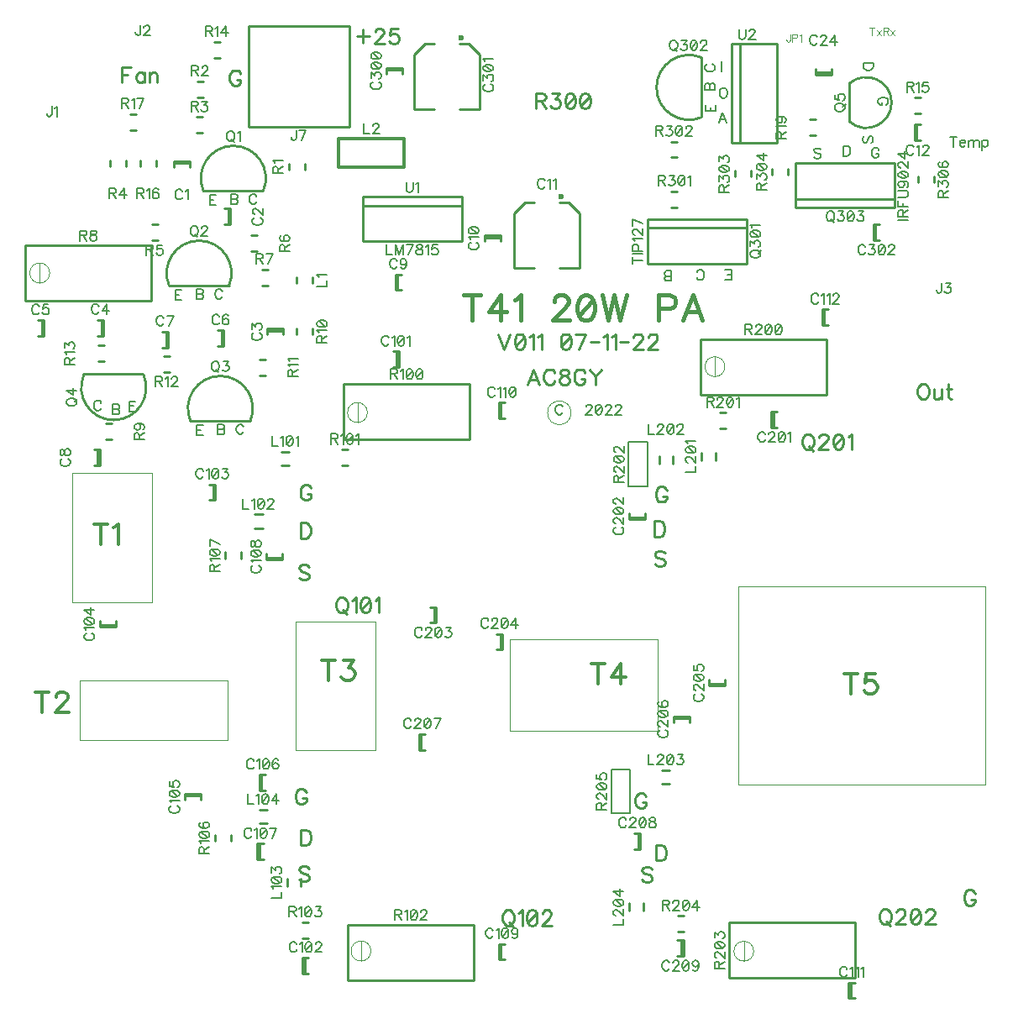
<source format=gbr>
G04 DipTrace 3.3.1.1*
G04 TopSilk.gbr*
%MOIN*%
G04 #@! TF.FileFunction,Legend,Top*
G04 #@! TF.Part,Single*
%ADD10C,0.009843*%
%ADD12C,0.003*%
%ADD21C,0.001312*%
%ADD24C,0.02362*%
%ADD30C,0.011811*%
%ADD43C,0.005*%
%ADD88C,0.006176*%
%ADD89C,0.012351*%
%ADD90C,0.009264*%
%ADD91C,0.015439*%
%ADD92C,0.004632*%
%FSLAX26Y26*%
G04*
G70*
G90*
G75*
G01*
G04 TopSilk*
%LPD*%
X1071735Y3771440D2*
D10*
X1134664D1*
X1071735Y3778888D2*
X1134664D1*
X1071735D2*
Y3755329D1*
X1134664Y3778888D2*
Y3755329D1*
X1288373Y3590597D2*
Y3527668D1*
X1295822Y3590597D2*
Y3527668D1*
Y3590597D2*
X1272262D1*
X1295822Y3527668D2*
X1272262D1*
X1443705Y3106316D2*
X1506634D1*
X1443705Y3113765D2*
X1506634D1*
X1443705D2*
Y3090206D1*
X1506634Y3113765D2*
Y3090206D1*
X785814Y3149467D2*
Y3086538D1*
X793262Y3149467D2*
Y3086538D1*
Y3149467D2*
X769703D1*
X793262Y3086538D2*
X769703D1*
X547881Y3147584D2*
Y3084655D1*
X555329Y3147584D2*
Y3084655D1*
Y3147584D2*
X531770D1*
X555329Y3084655D2*
X531770D1*
X1261823Y3107836D2*
Y3044907D1*
X1269272Y3107836D2*
Y3044907D1*
Y3107836D2*
X1245713D1*
X1269272Y3044907D2*
X1245713D1*
X1041665Y3102776D2*
Y3039846D1*
X1049114Y3102776D2*
Y3039846D1*
Y3102776D2*
X1025555D1*
X1049114Y3039846D2*
X1025555D1*
X770764Y2634474D2*
Y2571545D1*
X778213Y2634474D2*
Y2571545D1*
Y2634474D2*
X754654D1*
X778213Y2571545D2*
X754654D1*
X1958789Y3266709D2*
Y3329638D1*
X1951340Y3266709D2*
Y3329638D1*
Y3266709D2*
X1974899D1*
X1951340Y3329638D2*
X1974899D1*
X2304747Y3476472D2*
X2367676D1*
X2304747Y3483921D2*
X2367676D1*
X2304747D2*
Y3460362D1*
X2367676Y3483921D2*
Y3460362D1*
X2682446Y3355763D2*
X2601739Y3355731D1*
X2682446Y3355763D2*
Y3572268D1*
X2639130Y3615563D2*
X2682446Y3572268D1*
X2639130Y3615563D2*
X2601739D1*
X2503311Y3355731D2*
X2422604Y3355763D1*
Y3572268D1*
X2465919Y3615563D2*
X2422604Y3572268D1*
X2503311Y3615563D2*
X2465919D1*
D24*
X2609599Y3639218D3*
X4020508Y3860350D2*
D10*
Y3923280D1*
X4013059Y3860350D2*
Y3923280D1*
Y3860350D2*
X4036618D1*
X4013059Y3923280D2*
X4036618D1*
X3682608Y4130073D2*
X3619678D1*
X3682608Y4122625D2*
X3619678D1*
X3682608D2*
Y4146184D1*
X3619678Y4122625D2*
Y4146184D1*
X1957386Y3023890D2*
Y2960961D1*
X1964835Y3023890D2*
Y2960961D1*
Y3023890D2*
X1941276D1*
X1964835Y2960961D2*
X1941276D1*
X1591151Y555139D2*
Y618068D1*
X1583702Y555139D2*
Y618068D1*
Y555139D2*
X1607261D1*
X1583702Y618068D2*
X1607261D1*
X1229322Y2496530D2*
Y2433601D1*
X1236770Y2496530D2*
Y2433601D1*
Y2496530D2*
X1213211D1*
X1236770Y2433601D2*
X1213211D1*
X841825Y1937882D2*
X778896D1*
X841825Y1930433D2*
X778896D1*
X841825D2*
Y1953992D1*
X778896Y1930433D2*
Y1953992D1*
X1116810Y1260983D2*
X1179739D1*
X1116810Y1268432D2*
X1179739D1*
X1116810D2*
Y1244873D1*
X1179739Y1268432D2*
Y1244873D1*
X1420795Y1281356D2*
Y1344285D1*
X1413346Y1281356D2*
Y1344285D1*
Y1281356D2*
X1436906D1*
X1413346Y1344285D2*
X1436906D1*
X1411491Y1007235D2*
Y1070164D1*
X1404042Y1007235D2*
Y1070164D1*
Y1007235D2*
X1427601D1*
X1404042Y1070164D2*
X1427601D1*
X1503130Y2205703D2*
X1440201D1*
X1503130Y2198255D2*
X1440201D1*
X1503130D2*
Y2221814D1*
X1440201Y2198255D2*
Y2221814D1*
X2369657Y610146D2*
Y673075D1*
X2362209Y610146D2*
Y673075D1*
Y610146D2*
X2385768D1*
X2362209Y673075D2*
X2385768D1*
X2369499Y2757525D2*
Y2820454D1*
X2362050Y2757525D2*
Y2820454D1*
Y2757525D2*
X2385609D1*
X2362050Y2820454D2*
X2385609D1*
X3758188Y456571D2*
Y519500D1*
X3750739Y456571D2*
Y519500D1*
Y456571D2*
X3774298D1*
X3750739Y519500D2*
X3774298D1*
X3653388Y3127924D2*
Y3190853D1*
X3645940Y3127924D2*
Y3190853D1*
Y3127924D2*
X3669499D1*
X3645940Y3190853D2*
X3669499D1*
X3450966Y2722121D2*
Y2785050D1*
X3443517Y2722121D2*
Y2785050D1*
Y2722121D2*
X3467076D1*
X3443517Y2785050D2*
X3467076D1*
X2942785Y2366025D2*
X2879856D1*
X2942785Y2358576D2*
X2879856D1*
X2942785D2*
Y2382135D1*
X2879856Y2358576D2*
Y2382135D1*
X2105928Y2009508D2*
Y1946579D1*
X2113377Y2009508D2*
Y1946579D1*
Y2009508D2*
X2089818D1*
X2113377Y1946579D2*
X2089818D1*
X2369860Y1903214D2*
Y1840285D1*
X2377308Y1903214D2*
Y1840285D1*
Y1903214D2*
X2353749D1*
X2377308Y1840285D2*
X2353749D1*
X3260110Y1704630D2*
X3197181D1*
X3260110Y1697181D2*
X3197181D1*
X3260110D2*
Y1720740D1*
X3197181Y1697181D2*
Y1720740D1*
X3055762Y1568944D2*
X3118692D1*
X3055762Y1576392D2*
X3118692D1*
X3055762D2*
Y1552833D1*
X3118692Y1576392D2*
Y1552833D1*
X2053979Y1442795D2*
Y1505724D1*
X2046530Y1442795D2*
Y1505724D1*
Y1442795D2*
X2070089D1*
X2046530Y1505724D2*
X2070089D1*
X2916227Y1111852D2*
Y1048923D1*
X2923676Y1111852D2*
Y1048923D1*
Y1111852D2*
X2900117D1*
X2923676Y1048923D2*
X2900117D1*
X3086997Y687142D2*
Y624213D1*
X3094446Y687142D2*
Y624213D1*
Y687142D2*
X3070887D1*
X3094446Y624213D2*
X3070887D1*
X1916791Y4141797D2*
X1979720D1*
X1916791Y4149245D2*
X1979720D1*
X1916791D2*
Y4125686D1*
X1979720Y4149245D2*
Y4125686D1*
X2286255Y3985910D2*
X2205548Y3985878D1*
X2286255Y3985910D2*
Y4202415D1*
X2242939Y4245710D2*
X2286255Y4202415D1*
X2242939Y4245710D2*
X2205548D1*
X2107119Y3985878D2*
X2026412Y3985910D1*
Y4202415D1*
X2069728Y4245710D2*
X2026412Y4202415D1*
X2107119Y4245710D2*
X2069728D1*
D24*
X2213408Y4269365D3*
X3856354Y3465295D2*
D10*
Y3528224D1*
X3848906Y3465295D2*
Y3528224D1*
Y3465295D2*
X3872465D1*
X3848906Y3528224D2*
X3872465D1*
X1367971Y4315406D2*
X1767971D1*
Y3915406D1*
X1367971D1*
Y4315406D1*
X1559794Y3317373D2*
Y3293814D1*
X1622723Y3317373D2*
Y3293814D1*
X1725986Y3869453D2*
D30*
X1987402D1*
Y3754376D1*
X1725986D1*
Y3869453D1*
X1498576Y2570950D2*
D10*
X1530076D1*
X1498576Y2626068D2*
X1530076D1*
X1393087Y2322127D2*
X1424587D1*
X1393087Y2377245D2*
X1424587D1*
X1521835Y932680D2*
Y901180D1*
X1576953Y932680D2*
Y901180D1*
X1411535Y1150098D2*
X1443035D1*
X1411535Y1205217D2*
X1443035D1*
X3221098Y2591408D2*
Y2622908D1*
X3165980Y2591408D2*
Y2622908D1*
X3053033Y2578283D2*
Y2609783D1*
X2997915Y2578283D2*
Y2609783D1*
X3008738Y1306694D2*
X3040238D1*
X3008738Y1361812D2*
X3040238D1*
X2879396Y835041D2*
Y803541D1*
X2934514Y835041D2*
Y803541D1*
X1190250Y3660174D2*
G02X1427107Y3660604I118337J50764D01*
G01*
X1427544Y3660933D2*
X1191074Y3661009D1*
X1054192Y3283655D2*
G02X1291049Y3284085I118337J50764D01*
G01*
X1291487Y3284414D2*
X1055016Y3284490D1*
X1138766Y2746757D2*
G02X1375622Y2747187I118337J50764D01*
G01*
X1376060Y2747515D2*
X1139590Y2747591D1*
X952286Y2931012D2*
G02X715351Y2930590I-118378J-50780D01*
G01*
X947648Y2934622D2*
X711074Y2934696D1*
X3753287Y4087034D2*
G02X3753287Y3935793I66569J-75620D01*
G01*
Y4087034D1*
X2952314Y3549150D2*
X3346014D1*
Y3371984D1*
X2952314D1*
Y3549150D1*
Y3513717D2*
X3346014D1*
X3167467Y3952863D2*
G02X3167037Y4189720I-50764J118337D01*
G01*
X3166708Y4190157D2*
X3166632Y3953687D1*
X3933660Y3593739D2*
X3539959D1*
Y3770904D1*
X3933660D1*
Y3593739D1*
Y3629172D2*
X3539959D1*
X1528213Y3767490D2*
Y3743930D1*
X1591142Y3767490D2*
Y3743930D1*
X1164575Y4032143D2*
X1188134D1*
X1164575Y4095072D2*
X1188134D1*
X1162146Y3890738D2*
X1185705D1*
X1162146Y3953667D2*
X1185705D1*
X882655Y3759060D2*
Y3782619D1*
X819726Y3759060D2*
Y3782619D1*
X1008497Y3526979D2*
X984938D1*
X1008497Y3464050D2*
X984938D1*
X1380589Y3422060D2*
X1404148D1*
X1380589Y3484990D2*
X1404148D1*
X1444953Y3348283D2*
X1421394D1*
X1444953Y3285354D2*
X1421394D1*
X983259Y3224025D2*
X483259D1*
Y3444497D1*
X983259D1*
Y3224025D1*
X827232Y2736894D2*
X803673D1*
X827232Y2673965D2*
X803673D1*
X1560062Y3114791D2*
Y3091232D1*
X1622991Y3114791D2*
Y3091232D1*
X1435900Y2990958D2*
X1412341D1*
X1435900Y2928029D2*
X1412341D1*
X1056369Y3004419D2*
X1032810D1*
X1056369Y2941490D2*
X1032810D1*
X796207Y3048400D2*
X772648D1*
X796207Y2985471D2*
X772648D1*
X1231437Y4188123D2*
X1254996D1*
X1231437Y4251052D2*
X1254996D1*
X4036693Y4030164D2*
X4013134D1*
X4036693Y3967235D2*
X4013134D1*
X1001529Y3759064D2*
Y3782623D1*
X938600Y3759064D2*
Y3782623D1*
X921638Y3965954D2*
X898079D1*
X921638Y3903025D2*
X898079D1*
X3619366Y3944081D2*
X3595807D1*
X3619366Y3881152D2*
X3595807D1*
X2246996Y2674961D2*
X1746996D1*
Y2895433D1*
X2246996D1*
Y2674961D1*
X1739395Y2571240D2*
X1762954D1*
X1739395Y2634169D2*
X1762954D1*
X2263693Y528529D2*
X1763693D1*
Y749001D1*
X2263693D1*
Y528529D1*
X1606102Y757924D2*
X1582543D1*
X1606102Y694995D2*
X1582543D1*
X1235312Y1105533D2*
Y1081974D1*
X1298241Y1105533D2*
Y1081974D1*
X1277500Y2226671D2*
Y2203112D1*
X1340429Y2226671D2*
Y2203112D1*
X3662546Y2852199D2*
X3162546D1*
Y3072672D1*
X3662546D1*
Y2852199D1*
X3263008Y2779980D2*
X3239449D1*
X3263008Y2717051D2*
X3239449D1*
X2876190Y2488522D2*
D43*
X2951190D1*
Y2663522D1*
X2876190D1*
Y2488522D1*
X3776304Y538096D2*
D10*
X3276304D1*
Y758568D1*
X3776304D1*
Y538096D1*
X3097518Y783488D2*
X3073959D1*
X3097518Y720559D2*
X3073959D1*
X2809001Y1190774D2*
D43*
X2884001D1*
Y1365774D1*
X2809001D1*
Y1190774D1*
X3070676Y3659285D2*
D10*
X3047117D1*
X3070676Y3596356D2*
X3047117D1*
X3069709Y3856541D2*
X3046150D1*
X3069709Y3793612D2*
X3046150D1*
X3361928Y3716864D2*
Y3740423D1*
X3298999Y3716864D2*
Y3740423D1*
X3510361Y3725446D2*
Y3749005D1*
X3447432Y3725446D2*
Y3749005D1*
X4088223Y3695374D2*
Y3718933D1*
X4025294Y3695374D2*
Y3718933D1*
X1822350Y3637823D2*
X2216051D1*
Y3460657D1*
X1822350D1*
Y3637823D1*
Y3602390D2*
X2216051D1*
X3287365Y4244383D2*
X3464522D1*
Y3850682D1*
X3287365D1*
Y4244383D1*
X3320391D2*
Y3850682D1*
X3313081Y2092609D2*
D21*
X4291638D1*
Y1305207D1*
X3313081D1*
Y2092609D1*
X2405361Y1882180D2*
X2993991D1*
Y1518735D1*
X2405361D1*
Y1882180D1*
X1557042Y1952811D2*
X1872003D1*
Y1441000D1*
X1557042D1*
Y1952811D1*
X3294906Y643720D2*
G02X3294906Y643720I39370J0D01*
G01*
X3334276Y683091D2*
Y604350D1*
X3180182Y2963134D2*
G02X3180182Y2963134I39370J0D01*
G01*
X3219552Y3002504D2*
Y2923764D1*
X669440Y2541055D2*
X984400D1*
Y2029244D1*
X669440D1*
Y2541055D1*
X1775987Y644281D2*
G02X1775987Y644281I39370J0D01*
G01*
X1815357Y683651D2*
Y604911D1*
X698614Y1716719D2*
X1287244D1*
Y1480499D1*
X698614D1*
Y1716719D1*
X1761634Y2781253D2*
G02X1761634Y2781253I39370J0D01*
G01*
X1801004Y2820623D2*
Y2741883D1*
X2555391Y2780174D2*
D12*
G02X2555391Y2780174I46869J0D01*
G01*
X500895Y3334959D2*
D21*
G02X500895Y3334959I39370J0D01*
G01*
X540265Y3374329D2*
Y3295589D1*
X1106574Y3657377D2*
D88*
X1104673Y3661180D1*
X1100826Y3665027D1*
X1097024Y3666928D1*
X1089374D1*
X1085528Y3665027D1*
X1081725Y3661180D1*
X1079780Y3657377D1*
X1077878Y3651629D1*
Y3642034D1*
X1079780Y3636331D1*
X1081725Y3632484D1*
X1085528Y3628681D1*
X1089374Y3626736D1*
X1097024D1*
X1100826Y3628681D1*
X1104673Y3632484D1*
X1106574Y3636331D1*
X1118926Y3659234D2*
X1122773Y3661180D1*
X1128521Y3666884D1*
Y3626736D1*
X1393774Y3553908D2*
X1389971Y3552006D1*
X1386124Y3548160D1*
X1384223Y3544357D1*
Y3536708D1*
X1386124Y3532861D1*
X1389971Y3529058D1*
X1393774Y3527113D1*
X1399522Y3525212D1*
X1409117D1*
X1414820Y3527113D1*
X1418667Y3529058D1*
X1422470Y3532861D1*
X1424415Y3536708D1*
Y3544357D1*
X1422470Y3548159D1*
X1418667Y3552006D1*
X1414820Y3553908D1*
X1393818Y3568204D2*
X1391917D1*
X1388070Y3570106D1*
X1386169Y3572007D1*
X1384267Y3575854D1*
Y3583503D1*
X1386169Y3587306D1*
X1388070Y3589207D1*
X1391917Y3591152D1*
X1395719D1*
X1399566Y3589207D1*
X1405270Y3585404D1*
X1424415Y3566259D1*
Y3593054D1*
X1390708Y3096761D2*
X1386906Y3094859D1*
X1383059Y3091013D1*
X1381158Y3087210D1*
Y3079561D1*
X1383059Y3075714D1*
X1386906Y3071911D1*
X1390708Y3069966D1*
X1396456Y3068065D1*
X1406051D1*
X1411755Y3069966D1*
X1415602Y3071911D1*
X1419404Y3075714D1*
X1421350Y3079561D1*
Y3087210D1*
X1419404Y3091013D1*
X1415602Y3094859D1*
X1411755Y3096761D1*
X1381202Y3112959D2*
Y3133961D1*
X1396501Y3122509D1*
Y3128257D1*
X1398402Y3132060D1*
X1400303Y3133961D1*
X1406051Y3135907D1*
X1409854D1*
X1415602Y3133961D1*
X1419449Y3130159D1*
X1421350Y3124411D1*
Y3118662D1*
X1419449Y3112959D1*
X1417503Y3111057D1*
X1413701Y3109112D1*
X775307Y3202464D2*
X773406Y3206266D1*
X769559Y3210113D1*
X765757Y3212014D1*
X758107D1*
X754261Y3210113D1*
X750458Y3206266D1*
X748513Y3202464D1*
X746611Y3196716D1*
Y3187121D1*
X748513Y3181417D1*
X750458Y3177570D1*
X754261Y3173768D1*
X758107Y3171822D1*
X765757D1*
X769559Y3173768D1*
X773406Y3177570D1*
X775307Y3181417D1*
X806804Y3171822D2*
Y3211970D1*
X787659Y3185219D1*
X816355D1*
X538325Y3200580D2*
X536424Y3204383D1*
X532577Y3208230D1*
X528774Y3210131D1*
X521125D1*
X517278Y3208230D1*
X513476Y3204383D1*
X511530Y3200580D1*
X509629Y3194832D1*
Y3185238D1*
X511530Y3179534D1*
X513476Y3175687D1*
X517278Y3171884D1*
X521125Y3169939D1*
X528774D1*
X532577Y3171884D1*
X536424Y3175687D1*
X538325Y3179534D1*
X573624Y3210087D2*
X554523D1*
X552622Y3192887D1*
X554523Y3194788D1*
X560271Y3196734D1*
X565975D1*
X571723Y3194788D1*
X575570Y3190986D1*
X577471Y3185238D1*
Y3181435D1*
X575570Y3175687D1*
X571723Y3171840D1*
X565975Y3169939D1*
X560271D1*
X554523Y3171840D1*
X552622Y3173786D1*
X550676Y3177588D1*
X1253240Y3160832D2*
X1251339Y3164635D1*
X1247492Y3168482D1*
X1243689Y3170383D1*
X1236040D1*
X1232193Y3168482D1*
X1228391Y3164635D1*
X1226445Y3160832D1*
X1224544Y3155084D1*
Y3145490D1*
X1226445Y3139786D1*
X1228391Y3135939D1*
X1232193Y3132136D1*
X1236040Y3130191D1*
X1243689D1*
X1247492Y3132136D1*
X1251339Y3135939D1*
X1253240Y3139786D1*
X1288539Y3164635D2*
X1286638Y3168437D1*
X1280890Y3170339D1*
X1277087D1*
X1271339Y3168437D1*
X1267492Y3162689D1*
X1265591Y3153139D1*
Y3143588D1*
X1267492Y3135939D1*
X1271339Y3132092D1*
X1277087Y3130191D1*
X1278989D1*
X1284692Y3132092D1*
X1288539Y3135939D1*
X1290440Y3141687D1*
Y3143588D1*
X1288539Y3149336D1*
X1284692Y3153139D1*
X1278989Y3155040D1*
X1277087D1*
X1271339Y3153139D1*
X1267492Y3149336D1*
X1265591Y3143588D1*
X1032110Y3155772D2*
X1030208Y3159575D1*
X1026362Y3163421D1*
X1022559Y3165323D1*
X1014910D1*
X1011063Y3163421D1*
X1007260Y3159575D1*
X1005315Y3155772D1*
X1003414Y3150024D1*
Y3140429D1*
X1005315Y3134725D1*
X1007260Y3130879D1*
X1011063Y3127076D1*
X1014910Y3125131D1*
X1022559D1*
X1026362Y3127076D1*
X1030208Y3130879D1*
X1032110Y3134725D1*
X1052110Y3125131D2*
X1071256Y3165278D1*
X1044461D1*
X630791Y2597806D2*
X626989Y2595905D1*
X623142Y2592058D1*
X621240Y2588256D1*
Y2580606D1*
X623142Y2576760D1*
X626988Y2572957D1*
X630791Y2571012D1*
X636539Y2569110D1*
X646134D1*
X651838Y2571012D1*
X655684Y2572957D1*
X659487Y2576760D1*
X661433Y2580606D1*
Y2588256D1*
X659487Y2592058D1*
X655684Y2595905D1*
X651838Y2597806D1*
X621285Y2619708D2*
X623186Y2614004D1*
X626989Y2612059D1*
X630835D1*
X634638Y2614004D1*
X636583Y2617807D1*
X638485Y2625456D1*
X640386Y2631204D1*
X644233Y2635007D1*
X648035Y2636908D1*
X653783D1*
X657586Y2635007D1*
X659531Y2633106D1*
X661432Y2627358D1*
Y2619708D1*
X659531Y2614004D1*
X657586Y2612059D1*
X653783Y2610158D1*
X648035D1*
X644233Y2612059D1*
X640386Y2615906D1*
X638485Y2621610D1*
X636583Y2629259D1*
X634638Y2633106D1*
X630835Y2635007D1*
X626989D1*
X623186Y2633106D1*
X621285Y2627358D1*
Y2619708D1*
X1958845Y3382634D2*
X1956944Y3386437D1*
X1953097Y3390283D1*
X1949294Y3392185D1*
X1941645D1*
X1937798Y3390283D1*
X1933996Y3386437D1*
X1932050Y3382634D1*
X1930149Y3376886D1*
Y3367291D1*
X1932050Y3361588D1*
X1933996Y3357741D1*
X1937798Y3353938D1*
X1941645Y3351993D1*
X1949294D1*
X1953097Y3353938D1*
X1956944Y3357741D1*
X1958845Y3361588D1*
X1996090Y3378787D2*
X1994144Y3373039D1*
X1990342Y3369193D1*
X1984594Y3367291D1*
X1982692D1*
X1976944Y3369193D1*
X1973142Y3373039D1*
X1971196Y3378787D1*
Y3380689D1*
X1973142Y3386437D1*
X1976944Y3390239D1*
X1982692Y3392141D1*
X1984594D1*
X1990342Y3390239D1*
X1994144Y3386437D1*
X1996090Y3378787D1*
Y3369193D1*
X1994144Y3359642D1*
X1990342Y3353894D1*
X1984594Y3351993D1*
X1980791D1*
X1975043Y3353894D1*
X1973142Y3357741D1*
X2251750Y3455944D2*
X2247948Y3454042D1*
X2244101Y3450196D1*
X2242200Y3446393D1*
Y3438744D1*
X2244101Y3434897D1*
X2247948Y3431095D1*
X2251750Y3429149D1*
X2257498Y3427248D1*
X2267093D1*
X2272797Y3429149D1*
X2276644Y3431095D1*
X2280446Y3434897D1*
X2282392Y3438744D1*
Y3446393D1*
X2280446Y3450196D1*
X2276644Y3454042D1*
X2272797Y3455944D1*
X2249893Y3468295D2*
X2247948Y3472142D1*
X2242244Y3477890D1*
X2282392D1*
X2242244Y3501737D2*
X2244145Y3495989D1*
X2249893Y3492142D1*
X2259444Y3490241D1*
X2265192D1*
X2274742Y3492142D1*
X2280491Y3495989D1*
X2282392Y3501737D1*
Y3505540D1*
X2280491Y3511288D1*
X2274742Y3515090D1*
X2265192Y3517036D1*
X2259444D1*
X2249893Y3515090D1*
X2244145Y3511288D1*
X2242244Y3505540D1*
Y3501737D1*
X2249893Y3515090D2*
X2274742Y3492142D1*
X2544927Y3700049D2*
X2543025Y3703851D1*
X2539179Y3707698D1*
X2535376Y3709599D1*
X2527727D1*
X2523880Y3707698D1*
X2520078Y3703851D1*
X2518132Y3700049D1*
X2516231Y3694301D1*
Y3684706D1*
X2518132Y3679002D1*
X2520078Y3675155D1*
X2523880Y3671353D1*
X2527727Y3669407D1*
X2535376D1*
X2539179Y3671353D1*
X2543025Y3675155D1*
X2544927Y3679002D1*
X2557278Y3701906D2*
X2561125Y3703851D1*
X2566873Y3709555D1*
Y3669407D1*
X2579224Y3701906D2*
X2583071Y3703851D1*
X2588819Y3709555D1*
Y3669407D1*
X4008640Y3833264D2*
X4006739Y3837067D1*
X4002892Y3840914D1*
X3999090Y3842815D1*
X3991441D1*
X3987594Y3840914D1*
X3983791Y3837067D1*
X3981846Y3833264D1*
X3979944Y3827516D1*
Y3817922D1*
X3981846Y3812218D1*
X3983791Y3808371D1*
X3987594Y3804568D1*
X3991441Y3802623D1*
X3999090D1*
X4002892Y3804568D1*
X4006739Y3808371D1*
X4008640Y3812218D1*
X4020992Y3835121D2*
X4024839Y3837067D1*
X4030587Y3842771D1*
Y3802623D1*
X4044883Y3833220D2*
Y3835121D1*
X4046785Y3838968D1*
X4048686Y3840869D1*
X4052533Y3842771D1*
X4060182D1*
X4063985Y3840869D1*
X4065886Y3838968D1*
X4067831Y3835121D1*
Y3831319D1*
X4065886Y3827472D1*
X4062083Y3821768D1*
X4042938Y3802623D1*
X4069733D1*
X3625394Y4270046D2*
X3623493Y4273849D1*
X3619646Y4277696D1*
X3615844Y4279597D1*
X3608194D1*
X3604348Y4277696D1*
X3600545Y4273849D1*
X3598600Y4270046D1*
X3596698Y4264298D1*
Y4254703D1*
X3598600Y4249000D1*
X3600545Y4245153D1*
X3604348Y4241350D1*
X3608194Y4239405D1*
X3615844D1*
X3619646Y4241350D1*
X3623493Y4245153D1*
X3625394Y4249000D1*
X3639691Y4270002D2*
Y4271903D1*
X3641592Y4275750D1*
X3643494Y4277651D1*
X3647341Y4279553D1*
X3654990D1*
X3658792Y4277651D1*
X3660694Y4275750D1*
X3662639Y4271903D1*
Y4268101D1*
X3660694Y4264254D1*
X3656891Y4258550D1*
X3637746Y4239405D1*
X3664540D1*
X3696037D2*
Y4279553D1*
X3676892Y4252802D1*
X3705588D1*
X1925884Y3076886D2*
X1923983Y3080689D1*
X1920136Y3084535D1*
X1916333Y3086437D1*
X1908684D1*
X1904837Y3084535D1*
X1901035Y3080689D1*
X1899089Y3076886D1*
X1897188Y3071138D1*
Y3061543D1*
X1899089Y3055840D1*
X1901035Y3051993D1*
X1904837Y3048190D1*
X1908684Y3046245D1*
X1916333D1*
X1920136Y3048190D1*
X1923983Y3051993D1*
X1925884Y3055840D1*
X1938235Y3078743D2*
X1942082Y3080689D1*
X1947830Y3086393D1*
Y3046245D1*
X1971678Y3086393D2*
X1965929Y3084491D1*
X1962083Y3078743D1*
X1960181Y3069193D1*
Y3063445D1*
X1962083Y3053894D1*
X1965929Y3048146D1*
X1971678Y3046245D1*
X1975480D1*
X1981228Y3048146D1*
X1985031Y3053894D1*
X1986976Y3063445D1*
Y3069193D1*
X1985031Y3078743D1*
X1981228Y3084491D1*
X1975480Y3086393D1*
X1971678D1*
X1985031Y3078743D2*
X1962083Y3053894D1*
X1999328Y3078743D2*
X2003174Y3080689D1*
X2008922Y3086393D1*
Y3046245D1*
X1559710Y671065D2*
X1557809Y674867D1*
X1553962Y678714D1*
X1550160Y680615D1*
X1542511D1*
X1538664Y678714D1*
X1534861Y674867D1*
X1532916Y671065D1*
X1531014Y665317D1*
Y655722D1*
X1532916Y650018D1*
X1534861Y646171D1*
X1538664Y642369D1*
X1542511Y640423D1*
X1550160D1*
X1553962Y642369D1*
X1557809Y646171D1*
X1559710Y650018D1*
X1572062Y672922D2*
X1575909Y674867D1*
X1581657Y680571D1*
Y640423D1*
X1605504Y680571D2*
X1599756Y678670D1*
X1595909Y672922D1*
X1594008Y663371D1*
Y657623D1*
X1595909Y648073D1*
X1599756Y642324D1*
X1605504Y640423D1*
X1609307D1*
X1615055Y642324D1*
X1618857Y648073D1*
X1620803Y657623D1*
Y663371D1*
X1618857Y672922D1*
X1615055Y678670D1*
X1609307Y680571D1*
X1605504D1*
X1618857Y672922D2*
X1595909Y648073D1*
X1635100Y671020D2*
Y672922D1*
X1637001Y676768D1*
X1638902Y678670D1*
X1642749Y680571D1*
X1650398D1*
X1654201Y678670D1*
X1656102Y676768D1*
X1658047Y672922D1*
Y669119D1*
X1656102Y665272D1*
X1652299Y659569D1*
X1633154Y640423D1*
X1659949D1*
X1189220Y2549527D2*
X1187318Y2553329D1*
X1183472Y2557176D1*
X1179669Y2559077D1*
X1172020D1*
X1168173Y2557176D1*
X1164370Y2553329D1*
X1162425Y2549527D1*
X1160524Y2543779D1*
Y2534184D1*
X1162425Y2528480D1*
X1164370Y2524633D1*
X1168173Y2520831D1*
X1172020Y2518885D1*
X1179669D1*
X1183472Y2520831D1*
X1187318Y2524633D1*
X1189220Y2528480D1*
X1201571Y2551384D2*
X1205418Y2553329D1*
X1211166Y2559033D1*
Y2518885D1*
X1235013Y2559033D2*
X1229265Y2557132D1*
X1225418Y2551384D1*
X1223517Y2541833D1*
Y2536085D1*
X1225418Y2526534D1*
X1229265Y2520786D1*
X1235013Y2518885D1*
X1238816D1*
X1244564Y2520786D1*
X1248366Y2526534D1*
X1250312Y2536085D1*
Y2541833D1*
X1248366Y2551384D1*
X1244564Y2557132D1*
X1238816Y2559033D1*
X1235013D1*
X1248366Y2551384D2*
X1225418Y2526534D1*
X1266510Y2559033D2*
X1287512D1*
X1276061Y2543734D1*
X1281809D1*
X1285611Y2541833D1*
X1287512Y2539932D1*
X1289458Y2534184D1*
Y2530381D1*
X1287512Y2524633D1*
X1283710Y2520786D1*
X1277962Y2518885D1*
X1272214D1*
X1266510Y2520786D1*
X1264609Y2522732D1*
X1262663Y2526534D1*
X725900Y1905491D2*
X722097Y1903590D1*
X718251Y1899743D1*
X716349Y1895940D1*
Y1888291D1*
X718251Y1884444D1*
X722097Y1880642D1*
X725900Y1878696D1*
X731648Y1876795D1*
X741243D1*
X746947Y1878696D1*
X750793Y1880642D1*
X754596Y1884444D1*
X756541Y1888291D1*
Y1895940D1*
X754596Y1899743D1*
X750793Y1903590D1*
X746947Y1905491D1*
X724043Y1917842D2*
X722097Y1921689D1*
X716394Y1927437D1*
X756541D1*
X716394Y1951284D2*
X718295Y1945536D1*
X724043Y1941690D1*
X733594Y1939788D1*
X739342D1*
X748892Y1941690D1*
X754640Y1945536D1*
X756541Y1951284D1*
Y1955087D1*
X754640Y1960835D1*
X748892Y1964638D1*
X739342Y1966583D1*
X733594D1*
X724043Y1964638D1*
X718295Y1960835D1*
X716394Y1955087D1*
Y1951284D1*
X724043Y1964638D2*
X748892Y1941690D1*
X756541Y1998080D2*
X716394D1*
X743144Y1978934D1*
Y2007630D1*
X1063813Y1220881D2*
X1060011Y1218980D1*
X1056164Y1215133D1*
X1054263Y1211331D1*
Y1203681D1*
X1056164Y1199835D1*
X1060011Y1196032D1*
X1063813Y1194087D1*
X1069561Y1192185D1*
X1079156D1*
X1084860Y1194087D1*
X1088707Y1196032D1*
X1092509Y1199835D1*
X1094455Y1203681D1*
Y1211331D1*
X1092509Y1215133D1*
X1088707Y1218980D1*
X1084860Y1220881D1*
X1061956Y1233233D2*
X1060011Y1237079D1*
X1054307Y1242827D1*
X1094455D1*
X1054307Y1266675D2*
X1056208Y1260927D1*
X1061956Y1257080D1*
X1071507Y1255179D1*
X1077255D1*
X1086805Y1257080D1*
X1092554Y1260927D1*
X1094455Y1266675D1*
Y1270477D1*
X1092554Y1276225D1*
X1086805Y1280028D1*
X1077255Y1281973D1*
X1071507D1*
X1061956Y1280028D1*
X1056208Y1276225D1*
X1054307Y1270477D1*
Y1266675D1*
X1061956Y1280028D2*
X1086805Y1257080D1*
X1054307Y1317273D2*
Y1298171D1*
X1071507Y1296270D1*
X1069606Y1298171D1*
X1067660Y1303920D1*
Y1309623D1*
X1069606Y1315371D1*
X1073408Y1319218D1*
X1079156Y1321119D1*
X1082959D1*
X1088707Y1319218D1*
X1092553Y1315371D1*
X1094455Y1309623D1*
Y1303919D1*
X1092553Y1298171D1*
X1090608Y1296270D1*
X1086805Y1294325D1*
X1390328Y1397281D2*
X1388426Y1401084D1*
X1384580Y1404930D1*
X1380777Y1406832D1*
X1373128D1*
X1369281Y1404930D1*
X1365478Y1401084D1*
X1363533Y1397281D1*
X1361632Y1391533D1*
Y1381938D1*
X1363533Y1376235D1*
X1365478Y1372388D1*
X1369281Y1368585D1*
X1373128Y1366640D1*
X1380777D1*
X1384580Y1368585D1*
X1388426Y1372388D1*
X1390328Y1376235D1*
X1402679Y1399138D2*
X1406526Y1401084D1*
X1412274Y1406788D1*
Y1366640D1*
X1436121Y1406788D2*
X1430373Y1404886D1*
X1426526Y1399138D1*
X1424625Y1389588D1*
Y1383840D1*
X1426526Y1374289D1*
X1430373Y1368541D1*
X1436121Y1366640D1*
X1439924D1*
X1445672Y1368541D1*
X1449474Y1374289D1*
X1451420Y1383840D1*
Y1389588D1*
X1449474Y1399138D1*
X1445672Y1404886D1*
X1439924Y1406788D1*
X1436121D1*
X1449474Y1399138D2*
X1426526Y1374289D1*
X1486719Y1401084D2*
X1484818Y1404886D1*
X1479070Y1406788D1*
X1475267D1*
X1469519Y1404886D1*
X1465672Y1399138D1*
X1463771Y1389588D1*
Y1380037D1*
X1465672Y1372388D1*
X1469519Y1368541D1*
X1475267Y1366640D1*
X1477169D1*
X1482872Y1368541D1*
X1486719Y1372388D1*
X1488620Y1378136D1*
Y1380037D1*
X1486719Y1385785D1*
X1482872Y1389588D1*
X1477169Y1391489D1*
X1475267D1*
X1469519Y1389588D1*
X1465672Y1385785D1*
X1463771Y1380037D1*
X1380050Y1123160D2*
X1378149Y1126963D1*
X1374302Y1130810D1*
X1370500Y1132711D1*
X1362850D1*
X1359004Y1130810D1*
X1355201Y1126963D1*
X1353256Y1123160D1*
X1351354Y1117412D1*
Y1107818D1*
X1353256Y1102114D1*
X1355201Y1098267D1*
X1359004Y1094464D1*
X1362850Y1092519D1*
X1370500D1*
X1374302Y1094464D1*
X1378149Y1098267D1*
X1380050Y1102114D1*
X1392402Y1125017D2*
X1396248Y1126963D1*
X1401997Y1132667D1*
Y1092519D1*
X1425844Y1132667D2*
X1420096Y1130766D1*
X1416249Y1125017D1*
X1414348Y1115467D1*
Y1109719D1*
X1416249Y1100168D1*
X1420096Y1094420D1*
X1425844Y1092519D1*
X1429647D1*
X1435395Y1094420D1*
X1439197Y1100168D1*
X1441143Y1109719D1*
Y1115467D1*
X1439197Y1125017D1*
X1435395Y1130766D1*
X1429647Y1132667D1*
X1425844D1*
X1439197Y1125017D2*
X1416249Y1100168D1*
X1461143Y1092519D2*
X1480289Y1132667D1*
X1453494D1*
X1387204Y2174285D2*
X1383402Y2172384D1*
X1379555Y2168537D1*
X1377654Y2164735D1*
Y2157085D1*
X1379555Y2153239D1*
X1383402Y2149436D1*
X1387204Y2147490D1*
X1392952Y2145589D1*
X1402547D1*
X1408251Y2147490D1*
X1412098Y2149436D1*
X1415900Y2153239D1*
X1417846Y2157085D1*
Y2164735D1*
X1415900Y2168537D1*
X1412098Y2172384D1*
X1408251Y2174285D1*
X1385347Y2186637D2*
X1383402Y2190483D1*
X1377698Y2196231D1*
X1417846D1*
X1377698Y2220079D2*
X1379599Y2214331D1*
X1385347Y2210484D1*
X1394898Y2208583D1*
X1400646D1*
X1410197Y2210484D1*
X1415945Y2214331D1*
X1417846Y2220079D1*
Y2223881D1*
X1415945Y2229629D1*
X1410197Y2233432D1*
X1400646Y2235377D1*
X1394898D1*
X1385347Y2233432D1*
X1379599Y2229629D1*
X1377698Y2223881D1*
Y2220079D1*
X1385347Y2233432D2*
X1410197Y2210484D1*
X1377698Y2257279D2*
X1379599Y2251575D1*
X1383402Y2249630D1*
X1387249D1*
X1391051Y2251575D1*
X1392997Y2255378D1*
X1394898Y2263027D1*
X1396799Y2268775D1*
X1400646Y2272578D1*
X1404449Y2274479D1*
X1410197D1*
X1413999Y2272578D1*
X1415945Y2270677D1*
X1417846Y2264929D1*
Y2257279D1*
X1415945Y2251575D1*
X1413999Y2249630D1*
X1410197Y2247729D1*
X1404449D1*
X1400646Y2249630D1*
X1396799Y2253477D1*
X1394898Y2259181D1*
X1392997Y2266830D1*
X1391051Y2270677D1*
X1387249Y2272578D1*
X1383402D1*
X1379599Y2270677D1*
X1377698Y2264929D1*
Y2257279D1*
X2339168Y726071D2*
X2337266Y729874D1*
X2333420Y733720D1*
X2329617Y735622D1*
X2321968D1*
X2318121Y733720D1*
X2314318Y729874D1*
X2312373Y726071D1*
X2310472Y720323D1*
Y710728D1*
X2312373Y705025D1*
X2314318Y701178D1*
X2318121Y697375D1*
X2321968Y695430D1*
X2329617D1*
X2333420Y697375D1*
X2337266Y701178D1*
X2339168Y705025D1*
X2351519Y727928D2*
X2355366Y729874D1*
X2361114Y735578D1*
Y695430D1*
X2384961Y735578D2*
X2379213Y733676D1*
X2375366Y727928D1*
X2373465Y718378D1*
Y712630D1*
X2375366Y703079D1*
X2379213Y697331D1*
X2384961Y695430D1*
X2388764D1*
X2394512Y697331D1*
X2398314Y703079D1*
X2400260Y712630D1*
Y718378D1*
X2398314Y727928D1*
X2394512Y733676D1*
X2388764Y735578D1*
X2384961D1*
X2398314Y727928D2*
X2375366Y703079D1*
X2437505Y722224D2*
X2435559Y716476D1*
X2431757Y712630D1*
X2426009Y710728D1*
X2424107D1*
X2418359Y712630D1*
X2414557Y716476D1*
X2412611Y722224D1*
Y724126D1*
X2414557Y729874D1*
X2418359Y733676D1*
X2424107Y735578D1*
X2426009D1*
X2431757Y733676D1*
X2435559Y729874D1*
X2437505Y722224D1*
Y712630D1*
X2435559Y703079D1*
X2431757Y697331D1*
X2426009Y695430D1*
X2422206D1*
X2416458Y697331D1*
X2414557Y701178D1*
X2346658Y2873450D2*
X2344757Y2877253D1*
X2340910Y2881100D1*
X2337108Y2883001D1*
X2329458D1*
X2325612Y2881100D1*
X2321809Y2877253D1*
X2319863Y2873450D1*
X2317962Y2867702D1*
Y2858108D1*
X2319863Y2852404D1*
X2321809Y2848557D1*
X2325612Y2844755D1*
X2329458Y2842809D1*
X2337108D1*
X2340910Y2844755D1*
X2344757Y2848557D1*
X2346658Y2852404D1*
X2359010Y2875308D2*
X2362856Y2877253D1*
X2368604Y2882957D1*
Y2842809D1*
X2380956Y2875308D2*
X2384802Y2877253D1*
X2390551Y2882957D1*
Y2842809D1*
X2414398Y2882957D2*
X2408650Y2881056D1*
X2404803Y2875308D1*
X2402902Y2865757D1*
Y2860009D1*
X2404803Y2850458D1*
X2408650Y2844710D1*
X2414398Y2842809D1*
X2418201D1*
X2423949Y2844710D1*
X2427751Y2850458D1*
X2429697Y2860009D1*
Y2865757D1*
X2427751Y2875308D1*
X2423949Y2881056D1*
X2418201Y2882957D1*
X2414398D1*
X2427751Y2875308D2*
X2404803Y2850458D1*
X3743947Y572496D2*
X3742046Y576299D1*
X3738199Y580146D1*
X3734396Y582047D1*
X3726747D1*
X3722900Y580146D1*
X3719098Y576299D1*
X3717152Y572496D1*
X3715251Y566748D1*
Y557154D1*
X3717152Y551450D1*
X3719098Y547603D1*
X3722900Y543800D1*
X3726747Y541855D1*
X3734396D1*
X3738199Y543800D1*
X3742046Y547603D1*
X3743947Y551450D1*
X3756298Y574353D2*
X3760145Y576299D1*
X3765893Y582003D1*
Y541855D1*
X3778245Y574353D2*
X3782091Y576299D1*
X3787839Y582003D1*
Y541855D1*
X3800191Y574353D2*
X3804038Y576299D1*
X3809786Y582003D1*
Y541855D1*
X3630548Y3243849D2*
X3628647Y3247652D1*
X3624800Y3251499D1*
X3620997Y3253400D1*
X3613348D1*
X3609501Y3251499D1*
X3605699Y3247652D1*
X3603753Y3243849D1*
X3601852Y3238101D1*
Y3228507D1*
X3603753Y3222803D1*
X3605699Y3218956D1*
X3609501Y3215153D1*
X3613348Y3213208D1*
X3620997D1*
X3624800Y3215153D1*
X3628647Y3218956D1*
X3630548Y3222803D1*
X3642899Y3245706D2*
X3646746Y3247652D1*
X3652494Y3253356D1*
Y3213208D1*
X3664845Y3245706D2*
X3668692Y3247652D1*
X3674440Y3253356D1*
Y3213208D1*
X3688737Y3243805D2*
Y3245706D1*
X3690638Y3249553D1*
X3692540Y3251454D1*
X3696386Y3253356D1*
X3704036D1*
X3707838Y3251454D1*
X3709740Y3249553D1*
X3711685Y3245706D1*
Y3241904D1*
X3709740Y3238057D1*
X3705937Y3232353D1*
X3686792Y3213208D1*
X3713586D1*
X3419525Y2695035D2*
X3417624Y2698837D1*
X3413777Y2702684D1*
X3409975Y2704585D1*
X3402326D1*
X3398479Y2702684D1*
X3394676Y2698837D1*
X3392731Y2695035D1*
X3390829Y2689287D1*
Y2679692D1*
X3392731Y2673988D1*
X3394676Y2670141D1*
X3398479Y2666339D1*
X3402326Y2664393D1*
X3409975D1*
X3413777Y2666339D1*
X3417624Y2670141D1*
X3419525Y2673988D1*
X3433822Y2694990D2*
Y2696892D1*
X3435724Y2700739D1*
X3437625Y2702640D1*
X3441472Y2704541D1*
X3449121D1*
X3452923Y2702640D1*
X3454825Y2700739D1*
X3456770Y2696892D1*
Y2693089D1*
X3454825Y2689242D1*
X3451022Y2683539D1*
X3431877Y2664393D1*
X3458671D1*
X3482519Y2704541D2*
X3476771Y2702640D1*
X3472924Y2696892D1*
X3471023Y2687341D1*
Y2681593D1*
X3472924Y2672043D1*
X3476771Y2666295D1*
X3482519Y2664393D1*
X3486321D1*
X3492070Y2666295D1*
X3495872Y2672043D1*
X3497818Y2681593D1*
Y2687341D1*
X3495872Y2696892D1*
X3492070Y2702640D1*
X3486321Y2704541D1*
X3482519D1*
X3495872Y2696892D2*
X3472924Y2672043D1*
X3510169Y2696892D2*
X3514016Y2698837D1*
X3519764Y2704541D1*
Y2664393D1*
X2826859Y2325985D2*
X2823057Y2324083D1*
X2819210Y2320237D1*
X2817309Y2316434D1*
Y2308785D1*
X2819210Y2304938D1*
X2823057Y2301135D1*
X2826859Y2299190D1*
X2832607Y2297289D1*
X2842202D1*
X2847906Y2299190D1*
X2851753Y2301135D1*
X2855555Y2304938D1*
X2857501Y2308785D1*
Y2316434D1*
X2855555Y2320237D1*
X2851753Y2324083D1*
X2847906Y2325985D1*
X2826904Y2340281D2*
X2825002D1*
X2821156Y2342183D1*
X2819254Y2344084D1*
X2817353Y2347931D1*
Y2355580D1*
X2819254Y2359383D1*
X2821156Y2361284D1*
X2825002Y2363229D1*
X2828805D1*
X2832652Y2361284D1*
X2838355Y2357481D1*
X2857501Y2338336D1*
Y2365131D1*
X2817353Y2388978D2*
X2819254Y2383230D1*
X2825002Y2379383D1*
X2834553Y2377482D1*
X2840301D1*
X2849851Y2379383D1*
X2855599Y2383230D1*
X2857501Y2388978D1*
Y2392781D1*
X2855599Y2398529D1*
X2849851Y2402331D1*
X2840301Y2404277D1*
X2834553D1*
X2825002Y2402331D1*
X2819254Y2398529D1*
X2817353Y2392781D1*
Y2388978D1*
X2825002Y2402331D2*
X2849851Y2379383D1*
X2826904Y2418574D2*
X2825002D1*
X2821155Y2420475D1*
X2819254Y2422376D1*
X2817353Y2426223D1*
Y2433872D1*
X2819254Y2437675D1*
X2821155Y2439576D1*
X2825002Y2441521D1*
X2828805D1*
X2832652Y2439576D1*
X2838355Y2435773D1*
X2857501Y2416628D1*
Y2443423D1*
X2057226Y1919493D2*
X2055325Y1923295D1*
X2051478Y1927142D1*
X2047675Y1929043D1*
X2040026D1*
X2036179Y1927142D1*
X2032377Y1923295D1*
X2030431Y1919493D1*
X2028530Y1913745D1*
Y1904150D1*
X2030431Y1898446D1*
X2032377Y1894599D1*
X2036179Y1890797D1*
X2040026Y1888851D1*
X2047675D1*
X2051478Y1890797D1*
X2055325Y1894599D1*
X2057226Y1898446D1*
X2071523Y1919448D2*
Y1921350D1*
X2073424Y1925197D1*
X2075325Y1927098D1*
X2079172Y1928999D1*
X2086821D1*
X2090624Y1927098D1*
X2092525Y1925197D1*
X2094471Y1921350D1*
Y1917547D1*
X2092525Y1913700D1*
X2088723Y1907997D1*
X2069577Y1888851D1*
X2096372D1*
X2120220Y1928999D2*
X2114471Y1927098D1*
X2110625Y1921350D1*
X2108723Y1911799D1*
Y1906051D1*
X2110625Y1896501D1*
X2114471Y1890753D1*
X2120220Y1888851D1*
X2124022D1*
X2129770Y1890753D1*
X2133573Y1896501D1*
X2135518Y1906051D1*
Y1911799D1*
X2133573Y1921350D1*
X2129770Y1927098D1*
X2124022Y1928999D1*
X2120220D1*
X2133573Y1921350D2*
X2110625Y1896501D1*
X2151716Y1928999D2*
X2172719D1*
X2161267Y1913700D1*
X2167015D1*
X2170817Y1911799D1*
X2172719Y1909898D1*
X2174664Y1904150D1*
Y1900347D1*
X2172719Y1894599D1*
X2168916Y1890753D1*
X2163168Y1888851D1*
X2157420D1*
X2151716Y1890753D1*
X2149815Y1892698D1*
X2147870Y1896501D1*
X2320207Y1956210D2*
X2318306Y1960013D1*
X2314459Y1963860D1*
X2310657Y1965761D1*
X2303007D1*
X2299160Y1963860D1*
X2295358Y1960013D1*
X2293412Y1956210D1*
X2291511Y1950462D1*
Y1940867D1*
X2293412Y1935164D1*
X2295358Y1931317D1*
X2299160Y1927514D1*
X2303007Y1925569D1*
X2310657D1*
X2314459Y1927514D1*
X2318306Y1931317D1*
X2320207Y1935164D1*
X2334504Y1956166D2*
Y1958067D1*
X2336405Y1961914D1*
X2338307Y1963815D1*
X2342153Y1965717D1*
X2349803D1*
X2353605Y1963815D1*
X2355506Y1961914D1*
X2357452Y1958067D1*
Y1954265D1*
X2355506Y1950418D1*
X2351704Y1944714D1*
X2332559Y1925569D1*
X2359353D1*
X2383201Y1965717D2*
X2377453Y1963815D1*
X2373606Y1958067D1*
X2371705Y1948517D1*
Y1942769D1*
X2373606Y1933218D1*
X2377453Y1927470D1*
X2383201Y1925569D1*
X2387003D1*
X2392751Y1927470D1*
X2396554Y1933218D1*
X2398499Y1942769D1*
Y1948517D1*
X2396554Y1958067D1*
X2392751Y1963815D1*
X2387003Y1965717D1*
X2383201D1*
X2396554Y1958067D2*
X2373606Y1933218D1*
X2429996Y1925569D2*
Y1965717D1*
X2410851Y1938966D1*
X2439547D1*
X3144185Y1664590D2*
X3140382Y1662688D1*
X3136535Y1658842D1*
X3134634Y1655039D1*
Y1647390D1*
X3136535Y1643543D1*
X3140382Y1639740D1*
X3144185Y1637795D1*
X3149933Y1635894D1*
X3159528D1*
X3165231Y1637795D1*
X3169078Y1639740D1*
X3172881Y1643543D1*
X3174826Y1647390D1*
Y1655039D1*
X3172881Y1658842D1*
X3169078Y1662688D1*
X3165231Y1664590D1*
X3144229Y1678886D2*
X3142328D1*
X3138481Y1680788D1*
X3136580Y1682689D1*
X3134678Y1686536D1*
Y1694185D1*
X3136580Y1697988D1*
X3138481Y1699889D1*
X3142328Y1701834D1*
X3146130D1*
X3149977Y1699889D1*
X3155681Y1696086D1*
X3174826Y1676941D1*
Y1703736D1*
X3134678Y1727583D2*
X3136580Y1721835D1*
X3142328Y1717988D1*
X3151878Y1716087D1*
X3157626D1*
X3167177Y1717988D1*
X3172925Y1721835D1*
X3174826Y1727583D1*
Y1731386D1*
X3172925Y1737134D1*
X3167177Y1740936D1*
X3157626Y1742882D1*
X3151878D1*
X3142328Y1740936D1*
X3136580Y1737134D1*
X3134678Y1731386D1*
Y1727583D1*
X3142328Y1740936D2*
X3167177Y1717988D1*
X3134678Y1778181D2*
Y1759080D1*
X3151878Y1757179D1*
X3149977Y1759080D1*
X3148032Y1764828D1*
Y1770532D1*
X3149977Y1776280D1*
X3153780Y1780126D1*
X3159528Y1782028D1*
X3163330D1*
X3169078Y1780126D1*
X3172925Y1776280D1*
X3174826Y1770532D1*
Y1764828D1*
X3172925Y1759080D1*
X3170979Y1757179D1*
X3167177Y1755233D1*
X3002766Y1521215D2*
X2998964Y1519313D1*
X2995117Y1515467D1*
X2993216Y1511664D1*
Y1504015D1*
X2995117Y1500168D1*
X2998964Y1496365D1*
X3002766Y1494420D1*
X3008514Y1492519D1*
X3018109D1*
X3023813Y1494420D1*
X3027659Y1496365D1*
X3031462Y1500168D1*
X3033408Y1504015D1*
Y1511664D1*
X3031462Y1515466D1*
X3027660Y1519313D1*
X3023813Y1521215D1*
X3002810Y1535511D2*
X3000909D1*
X2997062Y1537413D1*
X2995161Y1539314D1*
X2993260Y1543161D1*
Y1550810D1*
X2995161Y1554613D1*
X2997062Y1556514D1*
X3000909Y1558459D1*
X3004712D1*
X3008558Y1556514D1*
X3014262Y1552711D1*
X3033408Y1533566D1*
Y1560361D1*
X2993260Y1584208D2*
X2995161Y1578460D1*
X3000909Y1574613D1*
X3010460Y1572712D1*
X3016208D1*
X3025758Y1574613D1*
X3031506Y1578460D1*
X3033408Y1584208D1*
Y1588011D1*
X3031506Y1593759D1*
X3025758Y1597561D1*
X3016208Y1599507D1*
X3010460D1*
X3000909Y1597561D1*
X2995161Y1593759D1*
X2993260Y1588011D1*
Y1584208D1*
X3000909Y1597561D2*
X3025758Y1574613D1*
X2998964Y1634806D2*
X2995161Y1632905D1*
X2993260Y1627157D1*
Y1623354D1*
X2995161Y1617606D1*
X3000909Y1613759D1*
X3010460Y1611858D1*
X3020010D1*
X3027659Y1613759D1*
X3031506Y1617606D1*
X3033408Y1623354D1*
Y1625255D1*
X3031506Y1630959D1*
X3027659Y1634806D1*
X3021911Y1636707D1*
X3020010D1*
X3014262Y1634806D1*
X3010460Y1630959D1*
X3008558Y1625255D1*
Y1623354D1*
X3010460Y1617606D1*
X3014262Y1613759D1*
X3020010Y1611858D1*
X2013939Y1558721D2*
X2012037Y1562523D1*
X2008191Y1566370D1*
X2004388Y1568271D1*
X1996739D1*
X1992892Y1566370D1*
X1989089Y1562523D1*
X1987144Y1558721D1*
X1985243Y1552973D1*
Y1543378D1*
X1987144Y1537674D1*
X1989089Y1533827D1*
X1992892Y1530025D1*
X1996739Y1528079D1*
X2004388D1*
X2008191Y1530025D1*
X2012037Y1533827D1*
X2013939Y1537674D1*
X2028235Y1558677D2*
Y1560578D1*
X2030137Y1564425D1*
X2032038Y1566326D1*
X2035885Y1568227D1*
X2043534D1*
X2047337Y1566326D1*
X2049238Y1564425D1*
X2051183Y1560578D1*
Y1556775D1*
X2049238Y1552929D1*
X2045435Y1547225D1*
X2026290Y1528079D1*
X2053085D1*
X2076932Y1568227D2*
X2071184Y1566326D1*
X2067337Y1560578D1*
X2065436Y1551027D1*
Y1545279D1*
X2067337Y1535729D1*
X2071184Y1529981D1*
X2076932Y1528079D1*
X2080735D1*
X2086483Y1529981D1*
X2090285Y1535729D1*
X2092231Y1545279D1*
Y1551027D1*
X2090285Y1560578D1*
X2086483Y1566326D1*
X2080735Y1568227D1*
X2076932D1*
X2090285Y1560578D2*
X2067337Y1535729D1*
X2112231Y1528079D2*
X2131377Y1568227D1*
X2104582D1*
X2867547Y1164848D2*
X2865646Y1168651D1*
X2861799Y1172497D1*
X2857997Y1174399D1*
X2850347D1*
X2846501Y1172497D1*
X2842698Y1168651D1*
X2840753Y1164848D1*
X2838851Y1159100D1*
Y1149505D1*
X2840753Y1143801D1*
X2842698Y1139955D1*
X2846501Y1136152D1*
X2850347Y1134207D1*
X2857997D1*
X2861799Y1136152D1*
X2865646Y1139955D1*
X2867547Y1143801D1*
X2881844Y1164804D2*
Y1166705D1*
X2883745Y1170552D1*
X2885647Y1172453D1*
X2889493Y1174354D1*
X2897143D1*
X2900945Y1172453D1*
X2902847Y1170552D1*
X2904792Y1166705D1*
Y1162903D1*
X2902847Y1159056D1*
X2899044Y1153352D1*
X2879899Y1134207D1*
X2906693D1*
X2930541Y1174354D2*
X2924793Y1172453D1*
X2920946Y1166705D1*
X2919045Y1157155D1*
Y1151407D1*
X2920946Y1141856D1*
X2924793Y1136108D1*
X2930541Y1134207D1*
X2934343D1*
X2940091Y1136108D1*
X2943894Y1141856D1*
X2945839Y1151407D1*
Y1157155D1*
X2943894Y1166705D1*
X2940091Y1172453D1*
X2934343Y1174354D1*
X2930541D1*
X2943894Y1166705D2*
X2920946Y1141856D1*
X2967741Y1174354D2*
X2962038Y1172453D1*
X2960092Y1168651D1*
Y1164804D1*
X2962038Y1161001D1*
X2965840Y1159056D1*
X2973489Y1157155D1*
X2979237Y1155253D1*
X2983040Y1151407D1*
X2984941Y1147604D1*
Y1141856D1*
X2983040Y1138053D1*
X2981139Y1136108D1*
X2975391Y1134207D1*
X2967741D1*
X2962038Y1136108D1*
X2960092Y1138053D1*
X2958191Y1141856D1*
Y1147604D1*
X2960092Y1151407D1*
X2963939Y1155253D1*
X2969643Y1157155D1*
X2977292Y1159056D1*
X2981139Y1161001D1*
X2983040Y1164804D1*
Y1168651D1*
X2981139Y1172453D1*
X2975391Y1174354D1*
X2967741D1*
X3039246Y597127D2*
X3037345Y600929D1*
X3033498Y604776D1*
X3029696Y606677D1*
X3022046D1*
X3018200Y604776D1*
X3014397Y600929D1*
X3012452Y597127D1*
X3010550Y591379D1*
Y581784D1*
X3012452Y576080D1*
X3014397Y572233D1*
X3018200Y568431D1*
X3022046Y566485D1*
X3029696D1*
X3033498Y568431D1*
X3037345Y572233D1*
X3039246Y576080D1*
X3053543Y597082D2*
Y598984D1*
X3055444Y602830D1*
X3057346Y604732D1*
X3061192Y606633D1*
X3068842D1*
X3072644Y604732D1*
X3074545Y602830D1*
X3076491Y598984D1*
Y595181D1*
X3074545Y591334D1*
X3070743Y585631D1*
X3051598Y566485D1*
X3078392D1*
X3102240Y606633D2*
X3096492Y604732D1*
X3092645Y598984D1*
X3090744Y589433D1*
Y583685D1*
X3092645Y574134D1*
X3096492Y568386D1*
X3102240Y566485D1*
X3106042D1*
X3111790Y568386D1*
X3115593Y574134D1*
X3117538Y583685D1*
Y589433D1*
X3115593Y598984D1*
X3111790Y604732D1*
X3106042Y606633D1*
X3102240D1*
X3115593Y598984D2*
X3092645Y574134D1*
X3154783Y593280D2*
X3152838Y587532D1*
X3149035Y583685D1*
X3143287Y581784D1*
X3141386D1*
X3135638Y583685D1*
X3131835Y587532D1*
X3129890Y593280D1*
Y595181D1*
X3131835Y600929D1*
X3135638Y604732D1*
X3141386Y606633D1*
X3143287D1*
X3149035Y604732D1*
X3152838Y600929D1*
X3154783Y593280D1*
Y583685D1*
X3152838Y574134D1*
X3149035Y568386D1*
X3143287Y566485D1*
X3139484D1*
X3133736Y568386D1*
X3131835Y572233D1*
X1863795Y4093095D2*
X1859992Y4091194D1*
X1856146Y4087347D1*
X1854244Y4083544D1*
Y4075895D1*
X1856146Y4072048D1*
X1859992Y4068246D1*
X1863795Y4066300D1*
X1869543Y4064399D1*
X1879138D1*
X1884842Y4066300D1*
X1888688Y4068246D1*
X1892491Y4072048D1*
X1894436Y4075895D1*
Y4083544D1*
X1892491Y4087347D1*
X1888688Y4091194D1*
X1884842Y4093095D1*
X1854289Y4109293D2*
Y4130295D1*
X1869587Y4118844D1*
Y4124592D1*
X1871489Y4128394D1*
X1873390Y4130295D1*
X1879138Y4132241D1*
X1882940D1*
X1888688Y4130295D1*
X1892535Y4126493D1*
X1894436Y4120745D1*
Y4114997D1*
X1892535Y4109293D1*
X1890590Y4107392D1*
X1886787Y4105446D1*
X1854289Y4156088D2*
X1856190Y4150340D1*
X1861938Y4146494D1*
X1871489Y4144592D1*
X1877237D1*
X1886787Y4146493D1*
X1892535Y4150340D1*
X1894436Y4156088D1*
Y4159891D1*
X1892535Y4165639D1*
X1886787Y4169441D1*
X1877237Y4171387D1*
X1871489D1*
X1861938Y4169441D1*
X1856190Y4165639D1*
X1854289Y4159891D1*
Y4156088D1*
X1861938Y4169441D2*
X1886787Y4146493D1*
X1854289Y4195234D2*
X1856190Y4189486D1*
X1861938Y4185640D1*
X1871489Y4183738D1*
X1877237D1*
X1886787Y4185640D1*
X1892535Y4189486D1*
X1894436Y4195234D1*
Y4199037D1*
X1892535Y4204785D1*
X1886787Y4208587D1*
X1877237Y4210533D1*
X1871489D1*
X1861938Y4208587D1*
X1856190Y4204785D1*
X1854289Y4199037D1*
Y4195234D1*
X1861938Y4208587D2*
X1886787Y4185640D1*
X2309372Y4083487D2*
X2305570Y4081586D1*
X2301723Y4077739D1*
X2299822Y4073937D1*
Y4066288D1*
X2301723Y4062441D1*
X2305570Y4058638D1*
X2309372Y4056693D1*
X2315120Y4054792D1*
X2324715D1*
X2330419Y4056693D1*
X2334266Y4058638D1*
X2338068Y4062441D1*
X2340014Y4066288D1*
Y4073937D1*
X2338068Y4077739D1*
X2334266Y4081586D1*
X2330419Y4083487D1*
X2299866Y4099686D2*
Y4120688D1*
X2315164Y4109236D1*
Y4114984D1*
X2317066Y4118787D1*
X2318967Y4120688D1*
X2324715Y4122633D1*
X2328518D1*
X2334266Y4120688D1*
X2338112Y4116885D1*
X2340014Y4111137D1*
Y4105389D1*
X2338112Y4099686D1*
X2336167Y4097784D1*
X2332364Y4095839D1*
X2299866Y4146481D2*
X2301767Y4140733D1*
X2307515Y4136886D1*
X2317066Y4134985D1*
X2322814D1*
X2332364Y4136886D1*
X2338112Y4140733D1*
X2340014Y4146481D1*
Y4150283D1*
X2338112Y4156031D1*
X2332364Y4159834D1*
X2322814Y4161779D1*
X2317066D1*
X2307515Y4159834D1*
X2301767Y4156031D1*
X2299866Y4150283D1*
Y4146481D1*
X2307515Y4159834D2*
X2332364Y4136886D1*
X2307515Y4174131D2*
X2305570Y4177978D1*
X2299866Y4183726D1*
X2340014D1*
X3816314Y3438209D2*
X3814413Y3442012D1*
X3810566Y3445859D1*
X3806763Y3447760D1*
X3799114D1*
X3795267Y3445859D1*
X3791465Y3442012D1*
X3789519Y3438209D1*
X3787618Y3432461D1*
Y3422866D1*
X3789519Y3417163D1*
X3791465Y3413316D1*
X3795267Y3409513D1*
X3799114Y3407568D1*
X3806763D1*
X3810566Y3409513D1*
X3814413Y3413316D1*
X3816314Y3417163D1*
X3832512Y3447716D2*
X3853514D1*
X3842063Y3432417D1*
X3847811D1*
X3851613Y3430516D1*
X3853514Y3428614D1*
X3855460Y3422866D1*
Y3419064D1*
X3853514Y3413316D1*
X3849712Y3409469D1*
X3843964Y3407568D1*
X3838216D1*
X3832512Y3409469D1*
X3830611Y3411415D1*
X3828665Y3415217D1*
X3879307Y3447716D2*
X3873559Y3445814D1*
X3869713Y3440066D1*
X3867811Y3430516D1*
Y3424768D1*
X3869713Y3415217D1*
X3873559Y3409469D1*
X3879307Y3407568D1*
X3883110D1*
X3888858Y3409469D1*
X3892661Y3415217D1*
X3894606Y3424768D1*
Y3430516D1*
X3892661Y3440066D1*
X3888858Y3445814D1*
X3883110Y3447716D1*
X3879307D1*
X3892661Y3440066D2*
X3869713Y3415217D1*
X3908903Y3438165D2*
Y3440066D1*
X3910804Y3443913D1*
X3912705Y3445814D1*
X3916552Y3447716D1*
X3924202D1*
X3928004Y3445814D1*
X3929905Y3443913D1*
X3931851Y3440066D1*
Y3436264D1*
X3929905Y3432417D1*
X3926103Y3426713D1*
X3906957Y3407568D1*
X3933752D1*
X587833Y3996594D2*
Y3965997D1*
X585932Y3960249D1*
X583986Y3958348D1*
X580184Y3956402D1*
X576337D1*
X572535Y3958348D1*
X570633Y3960249D1*
X568688Y3965997D1*
Y3969800D1*
X600185Y3988901D2*
X604031Y3990846D1*
X609779Y3996550D1*
Y3956402D1*
X939836Y4318149D2*
Y4287552D1*
X937934Y4281804D1*
X935989Y4279903D1*
X932186Y4277957D1*
X928340D1*
X924537Y4279903D1*
X922636Y4281804D1*
X920690Y4287552D1*
Y4291355D1*
X954132Y4308555D2*
Y4310456D1*
X956034Y4314303D1*
X957935Y4316204D1*
X961782Y4318105D1*
X969431D1*
X973234Y4316204D1*
X975135Y4314303D1*
X977080Y4310456D1*
Y4306653D1*
X975135Y4302807D1*
X971332Y4297103D1*
X952187Y4277957D1*
X978982D1*
X4118361Y3294863D2*
Y3264266D1*
X4116459Y3258518D1*
X4114514Y3256617D1*
X4110711Y3254671D1*
X4106864D1*
X4103062Y3256617D1*
X4101161Y3258518D1*
X4099215Y3264266D1*
Y3268069D1*
X4134559Y3294819D2*
X4155561D1*
X4144109Y3279520D1*
X4149857D1*
X4153660Y3277619D1*
X4155561Y3275718D1*
X4157507Y3269970D1*
Y3266167D1*
X4155561Y3260419D1*
X4151759Y3256573D1*
X4146011Y3254671D1*
X4140263D1*
X4134559Y3256573D1*
X4132657Y3258518D1*
X4130712Y3262321D1*
X1557971Y3901839D2*
Y3871241D1*
X1556070Y3865493D1*
X1554124Y3863592D1*
X1550321Y3861647D1*
X1546475D1*
X1542672Y3863592D1*
X1540771Y3865493D1*
X1538825Y3871241D1*
Y3875044D1*
X1577971Y3861647D2*
X1597117Y3901794D1*
X1570322D1*
X1640259Y3283146D2*
X1680451D1*
Y3306094D1*
X1647952Y3318446D2*
X1646007Y3322292D1*
X1640303Y3328040D1*
X1680451D1*
X1825647Y3928032D2*
Y3887840D1*
X1848595D1*
X1862892Y3918437D2*
Y3920338D1*
X1864793Y3924185D1*
X1866695Y3926086D1*
X1870541Y3927988D1*
X1878191D1*
X1881993Y3926086D1*
X1883894Y3924185D1*
X1885840Y3920338D1*
Y3916536D1*
X1883894Y3912689D1*
X1880092Y3906985D1*
X1860947Y3887840D1*
X1887741D1*
X1461357Y2688615D2*
Y2648423D1*
X1484305D1*
X1496657Y2680922D2*
X1500503Y2682867D1*
X1506251Y2688571D1*
Y2648423D1*
X1530099Y2688571D2*
X1524351Y2686670D1*
X1520504Y2680922D1*
X1518603Y2671371D1*
Y2665623D1*
X1520504Y2656073D1*
X1524351Y2650324D1*
X1530099Y2648423D1*
X1533901D1*
X1539649Y2650324D1*
X1543452Y2656073D1*
X1545397Y2665623D1*
Y2671371D1*
X1543452Y2680922D1*
X1539649Y2686670D1*
X1533901Y2688571D1*
X1530099D1*
X1543452Y2680922D2*
X1520504Y2656073D1*
X1557749Y2680922D2*
X1561596Y2682867D1*
X1567344Y2688571D1*
Y2648423D1*
X1347269Y2439792D2*
Y2399600D1*
X1370217D1*
X1382568Y2432099D2*
X1386415Y2434044D1*
X1392163Y2439748D1*
Y2399600D1*
X1416011Y2439748D2*
X1410263Y2437847D1*
X1406416Y2432099D1*
X1404515Y2422548D1*
Y2416800D1*
X1406416Y2407250D1*
X1410263Y2401502D1*
X1416011Y2399600D1*
X1419813D1*
X1425561Y2401502D1*
X1429364Y2407250D1*
X1431309Y2416800D1*
Y2422548D1*
X1429364Y2432099D1*
X1425561Y2437847D1*
X1419813Y2439748D1*
X1416011D1*
X1429364Y2432099D2*
X1406416Y2407250D1*
X1445606Y2430198D2*
Y2432099D1*
X1447507Y2435946D1*
X1449409Y2437847D1*
X1453255Y2439748D1*
X1460905D1*
X1464707Y2437847D1*
X1466609Y2435946D1*
X1468554Y2432099D1*
Y2428296D1*
X1466609Y2424450D1*
X1462806Y2418746D1*
X1443661Y2399600D1*
X1470455D1*
X1459351Y855313D2*
X1499543D1*
Y878260D1*
X1467044Y890612D2*
X1465099Y894459D1*
X1459395Y900207D1*
X1499543D1*
X1459395Y924054D2*
X1461296Y918306D1*
X1467044Y914459D1*
X1476595Y912558D1*
X1482343D1*
X1491893Y914459D1*
X1497641Y918306D1*
X1499543Y924054D1*
Y927857D1*
X1497641Y933605D1*
X1491893Y937407D1*
X1482343Y939353D1*
X1476595D1*
X1467044Y937407D1*
X1461296Y933605D1*
X1459395Y927857D1*
Y924054D1*
X1467044Y937407D2*
X1491893Y914459D1*
X1459395Y955551D2*
Y976553D1*
X1474694Y965101D1*
Y970849D1*
X1476595Y974652D1*
X1478496Y976553D1*
X1484244Y978499D1*
X1488047D1*
X1493795Y976553D1*
X1497641Y972751D1*
X1499543Y967003D1*
Y961255D1*
X1497641Y955551D1*
X1495696Y953649D1*
X1491893Y951704D1*
X1364766Y1267764D2*
Y1227571D1*
X1387714D1*
X1400065Y1260070D2*
X1403912Y1262015D1*
X1409660Y1267719D1*
Y1227571D1*
X1433508Y1267719D2*
X1427759Y1265818D1*
X1423913Y1260070D1*
X1422011Y1250519D1*
Y1244771D1*
X1423913Y1235221D1*
X1427759Y1229473D1*
X1433508Y1227571D1*
X1437310D1*
X1443058Y1229473D1*
X1446861Y1235221D1*
X1448806Y1244771D1*
Y1250519D1*
X1446861Y1260070D1*
X1443058Y1265818D1*
X1437310Y1267719D1*
X1433508D1*
X1446861Y1260070D2*
X1423913Y1235221D1*
X1480303Y1227571D2*
Y1267719D1*
X1461158Y1240969D1*
X1489853D1*
X3103433Y2545589D2*
X3143625D1*
Y2568537D1*
X3113028Y2582834D2*
X3111127D1*
X3107280Y2584735D1*
X3105379Y2586637D1*
X3103478Y2590483D1*
Y2598133D1*
X3105379Y2601935D1*
X3107280Y2603837D1*
X3111127Y2605782D1*
X3114929D1*
X3118776Y2603837D1*
X3124480Y2600034D1*
X3143625Y2580889D1*
Y2607683D1*
X3103478Y2631531D2*
X3105379Y2625783D1*
X3111127Y2621936D1*
X3120677Y2620035D1*
X3126426D1*
X3135976Y2621936D1*
X3141724Y2625783D1*
X3143625Y2631531D1*
Y2635333D1*
X3141724Y2641081D1*
X3135976Y2644884D1*
X3126426Y2646829D1*
X3120677D1*
X3111127Y2644884D1*
X3105379Y2641081D1*
X3103478Y2635333D1*
Y2631531D1*
X3111127Y2644884D2*
X3135976Y2621936D1*
X3111127Y2659181D2*
X3109181Y2663028D1*
X3103478Y2668776D1*
X3143625D1*
X2955249Y2735313D2*
Y2695121D1*
X2978197D1*
X2992494Y2725719D2*
Y2727620D1*
X2994395Y2731467D1*
X2996297Y2733368D1*
X3000143Y2735269D1*
X3007793D1*
X3011595Y2733368D1*
X3013496Y2731467D1*
X3015442Y2727620D1*
Y2723817D1*
X3013496Y2719971D1*
X3009694Y2714267D1*
X2990549Y2695121D1*
X3017343D1*
X3041191Y2735269D2*
X3035443Y2733368D1*
X3031596Y2727620D1*
X3029695Y2718069D1*
Y2712321D1*
X3031596Y2702771D1*
X3035443Y2697023D1*
X3041191Y2695121D1*
X3044993D1*
X3050741Y2697023D1*
X3054544Y2702771D1*
X3056489Y2712321D1*
Y2718069D1*
X3054544Y2727620D1*
X3050741Y2733368D1*
X3044993Y2735269D1*
X3041191D1*
X3054544Y2727620D2*
X3031596Y2702771D1*
X3070786Y2725719D2*
Y2727620D1*
X3072687Y2731467D1*
X3074589Y2733368D1*
X3078435Y2735269D1*
X3086085D1*
X3089887Y2733368D1*
X3091789Y2731467D1*
X3093734Y2727620D1*
Y2723817D1*
X3091789Y2719971D1*
X3087986Y2714267D1*
X3068841Y2695121D1*
X3095635D1*
X2954320Y1424359D2*
Y1384167D1*
X2977268D1*
X2991565Y1414765D2*
Y1416666D1*
X2993466Y1420513D1*
X2995367Y1422414D1*
X2999214Y1424315D1*
X3006863D1*
X3010666Y1422414D1*
X3012567Y1420513D1*
X3014513Y1416666D1*
Y1412863D1*
X3012567Y1409016D1*
X3008765Y1403313D1*
X2989619Y1384167D1*
X3016414D1*
X3040262Y1424315D2*
X3034513Y1422414D1*
X3030667Y1416666D1*
X3028765Y1407115D1*
Y1401367D1*
X3030667Y1391817D1*
X3034513Y1386069D1*
X3040262Y1384167D1*
X3044064D1*
X3049812Y1386069D1*
X3053615Y1391817D1*
X3055560Y1401367D1*
Y1407115D1*
X3053615Y1416666D1*
X3049812Y1422414D1*
X3044064Y1424315D1*
X3040262D1*
X3053615Y1416666D2*
X3030667Y1391817D1*
X3071758Y1424315D2*
X3092761D1*
X3081309Y1409016D1*
X3087057D1*
X3090859Y1407115D1*
X3092761Y1405214D1*
X3094706Y1399466D1*
Y1395663D1*
X3092761Y1389915D1*
X3088958Y1386069D1*
X3083210Y1384167D1*
X3077462D1*
X3071758Y1386069D1*
X3069857Y1388014D1*
X3067912Y1391817D1*
X2816912Y748123D2*
X2857104D1*
Y771071D1*
X2826507Y785368D2*
X2824606D1*
X2820759Y787269D1*
X2818858Y789170D1*
X2816957Y793017D1*
Y800666D1*
X2818858Y804469D1*
X2820759Y806370D1*
X2824606Y808315D1*
X2828408D1*
X2832255Y806370D1*
X2837959Y802567D1*
X2857104Y783422D1*
Y810217D1*
X2816957Y834064D2*
X2818858Y828316D1*
X2824606Y824469D1*
X2834157Y822568D1*
X2839905D1*
X2849455Y824469D1*
X2855203Y828316D1*
X2857104Y834064D1*
Y837867D1*
X2855203Y843615D1*
X2849455Y847417D1*
X2839905Y849363D1*
X2834156D1*
X2824606Y847417D1*
X2818858Y843615D1*
X2816957Y837867D1*
Y834064D1*
X2824606Y847417D2*
X2849455Y824469D1*
X2857104Y880860D2*
X2816957D1*
X2843707Y861714D1*
Y890410D1*
X1293789Y3898282D2*
X1289986Y3896425D1*
X1286140Y3892578D1*
X1284238Y3888731D1*
X1282293Y3882983D1*
Y3873433D1*
X1284238Y3867685D1*
X1286140Y3863882D1*
X1289986Y3860035D1*
X1293789Y3858134D1*
X1301438D1*
X1305285Y3860035D1*
X1309087Y3863882D1*
X1310989Y3867685D1*
X1312934Y3873433D1*
Y3882983D1*
X1310989Y3888731D1*
X1309087Y3892578D1*
X1305285Y3896425D1*
X1301438Y3898282D1*
X1293789D1*
X1299537Y3865784D2*
X1310989Y3854287D1*
X1325286Y3890588D2*
X1329132Y3892534D1*
X1334880Y3898238D1*
Y3858090D1*
X1149131Y3521764D2*
X1145329Y3519907D1*
X1141482Y3516060D1*
X1139581Y3512213D1*
X1137635Y3506465D1*
Y3496914D1*
X1139581Y3491166D1*
X1141482Y3487364D1*
X1145329Y3483517D1*
X1149131Y3481616D1*
X1156780D1*
X1160627Y3483517D1*
X1164430Y3487364D1*
X1166331Y3491166D1*
X1168277Y3496914D1*
Y3506465D1*
X1166331Y3512213D1*
X1164430Y3516060D1*
X1160627Y3519907D1*
X1156780Y3521764D1*
X1149131D1*
X1154879Y3489265D2*
X1166331Y3477769D1*
X1182573Y3512169D2*
Y3514070D1*
X1184475Y3517917D1*
X1186376Y3519818D1*
X1190223Y3521719D1*
X1197872D1*
X1201675Y3519818D1*
X1203576Y3517917D1*
X1205521Y3514070D1*
Y3510268D1*
X1203576Y3506421D1*
X1199773Y3500717D1*
X1180628Y3481572D1*
X1207423D1*
X1233705Y2984865D2*
X1229902Y2983008D1*
X1226055Y2979161D1*
X1224154Y2975314D1*
X1222209Y2969566D1*
Y2960016D1*
X1224154Y2954267D1*
X1226055Y2950465D1*
X1229902Y2946618D1*
X1233705Y2944717D1*
X1241354D1*
X1245201Y2946618D1*
X1249003Y2950465D1*
X1250905Y2954267D1*
X1252850Y2960016D1*
Y2969566D1*
X1250905Y2975314D1*
X1249003Y2979161D1*
X1245201Y2983008D1*
X1241354Y2984865D1*
X1233705D1*
X1239453Y2952366D2*
X1250905Y2940870D1*
X1269048Y2984820D2*
X1290051D1*
X1278599Y2969522D1*
X1284347D1*
X1288149Y2967621D1*
X1290051Y2965719D1*
X1291996Y2959971D1*
Y2956169D1*
X1290051Y2950421D1*
X1286248Y2946574D1*
X1280500Y2944673D1*
X1274752D1*
X1269048Y2946574D1*
X1267147Y2948519D1*
X1265201Y2952322D1*
X646520Y2818711D2*
X648377Y2814908D1*
X652224Y2811062D1*
X656071Y2809160D1*
X661819Y2807215D1*
X671370D1*
X677118Y2809160D1*
X680920Y2811062D1*
X684767Y2814908D1*
X686668Y2818711D1*
Y2826360D1*
X684767Y2830207D1*
X680920Y2834009D1*
X677118Y2835911D1*
X671370Y2837856D1*
X661819D1*
X656071Y2835911D1*
X652224Y2834009D1*
X648377Y2830207D1*
X646520Y2826360D1*
Y2818711D1*
X679019Y2824459D2*
X690515Y2835911D1*
X686712Y2869353D2*
X646565D1*
X673315Y2850208D1*
Y2878903D1*
X3694708Y3988016D2*
X3696565Y3984213D1*
X3700412Y3980367D1*
X3704259Y3978465D1*
X3710007Y3976520D1*
X3719557D1*
X3725306Y3978465D1*
X3729108Y3980367D1*
X3732955Y3984213D1*
X3734856Y3988016D1*
Y3995665D1*
X3732955Y3999512D1*
X3729108Y4003314D1*
X3725306Y4005216D1*
X3719558Y4007161D1*
X3710007D1*
X3704259Y4005216D1*
X3700412Y4003314D1*
X3696565Y3999512D1*
X3694708Y3995665D1*
Y3988016D1*
X3727207Y3993764D2*
X3738703Y4005216D1*
X3694753Y4042460D2*
Y4023359D1*
X3711952Y4021458D1*
X3710051Y4023359D1*
X3708106Y4029107D1*
Y4034811D1*
X3710051Y4040559D1*
X3713854Y4044406D1*
X3719602Y4046307D1*
X3723404D1*
X3729152Y4044406D1*
X3732999Y4040559D1*
X3734900Y4034811D1*
Y4029107D1*
X3732999Y4023359D1*
X3731054Y4021458D1*
X3727251Y4019512D1*
X3359581Y3406623D2*
X3361438Y3402821D1*
X3365285Y3398974D1*
X3369132Y3397073D1*
X3374880Y3395127D1*
X3384431D1*
X3390179Y3397073D1*
X3393981Y3398974D1*
X3397828Y3402821D1*
X3399729Y3406623D1*
Y3414272D1*
X3397828Y3418119D1*
X3393981Y3421922D1*
X3390179Y3423823D1*
X3384431Y3425769D1*
X3374880D1*
X3369132Y3423823D1*
X3365285Y3421922D1*
X3361438Y3418119D1*
X3359581Y3414273D1*
Y3406623D1*
X3392080Y3412371D2*
X3403576Y3423823D1*
X3359626Y3441967D2*
Y3462969D1*
X3374924Y3451517D1*
Y3457265D1*
X3376826Y3461068D1*
X3378727Y3462969D1*
X3384475Y3464915D1*
X3388277D1*
X3394025Y3462969D1*
X3397872Y3459167D1*
X3399773Y3453418D1*
Y3447670D1*
X3397872Y3441967D1*
X3395927Y3440065D1*
X3392124Y3438120D1*
X3359626Y3488762D2*
X3361527Y3483014D1*
X3367275Y3479167D1*
X3376826Y3477266D1*
X3382574D1*
X3392124Y3479167D1*
X3397872Y3483014D1*
X3399773Y3488762D1*
Y3492565D1*
X3397872Y3498313D1*
X3392124Y3502115D1*
X3382574Y3504061D1*
X3376826D1*
X3367275Y3502115D1*
X3361527Y3498313D1*
X3359626Y3492565D1*
Y3488762D1*
X3367275Y3502115D2*
X3392124Y3479167D1*
X3367275Y3516412D2*
X3365329Y3520259D1*
X3359626Y3526007D1*
X3399773D1*
X2893735Y3384699D2*
X2933927D1*
X2893735Y3371302D2*
Y3398096D1*
Y3410448D2*
X2933927D1*
X2914782Y3422799D2*
Y3440043D1*
X2912881Y3445747D1*
X2910935Y3447693D1*
X2907133Y3449594D1*
X2901385D1*
X2897582Y3447693D1*
X2895637Y3445747D1*
X2893735Y3440043D1*
Y3422799D1*
X2933927D1*
X2901429Y3461945D2*
X2899483Y3465792D1*
X2893779Y3471540D1*
X2933927D1*
X2903330Y3485837D2*
X2901429D1*
X2897582Y3487738D1*
X2895681Y3489639D1*
X2893779Y3493486D1*
Y3501136D1*
X2895681Y3504938D1*
X2897582Y3506839D1*
X2901429Y3508785D1*
X2905231D1*
X2909078Y3506839D1*
X2914782Y3503037D1*
X2933927Y3483891D1*
Y3510686D1*
Y3530687D2*
X2893779Y3549832D1*
Y3523038D1*
X3051859Y4258543D2*
X3048057Y4256686D1*
X3044210Y4252840D1*
X3042309Y4248993D1*
X3040363Y4243245D1*
Y4233694D1*
X3042309Y4227946D1*
X3044210Y4224144D1*
X3048057Y4220297D1*
X3051859Y4218396D1*
X3059508D1*
X3063355Y4220297D1*
X3067158Y4224144D1*
X3069059Y4227946D1*
X3071005Y4233694D1*
Y4243245D1*
X3069059Y4248993D1*
X3067158Y4252840D1*
X3063355Y4256686D1*
X3059508Y4258543D1*
X3051859D1*
X3057607Y4226045D2*
X3069059Y4214549D1*
X3087203Y4258499D2*
X3108205D1*
X3096753Y4243201D1*
X3102501D1*
X3106304Y4241299D1*
X3108205Y4239398D1*
X3110151Y4233650D1*
Y4229847D1*
X3108205Y4224099D1*
X3104403Y4220253D1*
X3098655Y4218351D1*
X3092906D1*
X3087203Y4220253D1*
X3085301Y4222198D1*
X3083356Y4226001D1*
X3133998Y4258499D2*
X3128250Y4256598D1*
X3124403Y4250850D1*
X3122502Y4241299D1*
Y4235551D1*
X3124403Y4226001D1*
X3128250Y4220253D1*
X3133998Y4218351D1*
X3137801D1*
X3143549Y4220253D1*
X3147351Y4226001D1*
X3149297Y4235551D1*
Y4241299D1*
X3147351Y4250850D1*
X3143549Y4256598D1*
X3137801Y4258499D1*
X3133998D1*
X3147351Y4250850D2*
X3124403Y4226001D1*
X3163594Y4248949D2*
Y4250850D1*
X3165495Y4254697D1*
X3167396Y4256598D1*
X3171243Y4258499D1*
X3178892D1*
X3182695Y4256598D1*
X3184596Y4254697D1*
X3186541Y4250850D1*
Y4247047D1*
X3184596Y4243201D1*
X3180793Y4237497D1*
X3161648Y4218351D1*
X3188443D1*
X3674266Y3580172D2*
X3670463Y3578315D1*
X3666617Y3574468D1*
X3664715Y3570621D1*
X3662770Y3564873D1*
Y3555323D1*
X3664715Y3549575D1*
X3666617Y3545772D1*
X3670463Y3541925D1*
X3674266Y3540024D1*
X3681915D1*
X3685762Y3541925D1*
X3689565Y3545772D1*
X3691466Y3549575D1*
X3693411Y3555323D1*
Y3564873D1*
X3691466Y3570621D1*
X3689565Y3574468D1*
X3685762Y3578315D1*
X3681915Y3580172D1*
X3674266D1*
X3680014Y3547673D2*
X3691466Y3536177D1*
X3709609Y3580128D2*
X3730612D1*
X3719160Y3564829D1*
X3724908D1*
X3728711Y3562928D1*
X3730612Y3561027D1*
X3732557Y3555278D1*
Y3551476D1*
X3730612Y3545728D1*
X3726809Y3541881D1*
X3721061Y3539980D1*
X3715313D1*
X3709609Y3541881D1*
X3707708Y3543827D1*
X3705763Y3547629D1*
X3756405Y3580128D2*
X3750657Y3578226D1*
X3746810Y3572478D1*
X3744909Y3562928D1*
Y3557180D1*
X3746810Y3547629D1*
X3750657Y3541881D1*
X3756405Y3539980D1*
X3760207D1*
X3765955Y3541881D1*
X3769758Y3547629D1*
X3771703Y3557180D1*
Y3562928D1*
X3769758Y3572478D1*
X3765955Y3578226D1*
X3760207Y3580128D1*
X3756405D1*
X3769758Y3572478D2*
X3746810Y3547629D1*
X3787902Y3580128D2*
X3808904D1*
X3797452Y3564829D1*
X3803200D1*
X3807003Y3562928D1*
X3808904Y3561027D1*
X3810850Y3555278D1*
Y3551476D1*
X3808904Y3545728D1*
X3805101Y3541881D1*
X3799353Y3539980D1*
X3793605D1*
X3787902Y3541881D1*
X3786000Y3543827D1*
X3784055Y3547629D1*
X3947227Y3546261D2*
X3987419D1*
X3966372Y3558612D2*
Y3575812D1*
X3964427Y3581560D1*
X3962526Y3583506D1*
X3958723Y3585407D1*
X3954876D1*
X3951074Y3583506D1*
X3949128Y3581560D1*
X3947227Y3575812D1*
Y3558612D1*
X3987419D1*
X3966372Y3572010D2*
X3987419Y3585407D1*
X3947227Y3622652D2*
Y3597758D1*
X3987419D1*
X3966372D2*
Y3613057D1*
X3947227Y3635003D2*
X3975923D1*
X3981671Y3636904D1*
X3985474Y3640751D1*
X3987419Y3646499D1*
Y3650302D1*
X3985474Y3656050D1*
X3981671Y3659897D1*
X3975923Y3661798D1*
X3947227D1*
X3960624Y3699043D2*
X3966372Y3697097D1*
X3970219Y3693295D1*
X3972120Y3687547D1*
Y3685645D1*
X3970219Y3679897D1*
X3966372Y3676095D1*
X3960624Y3674149D1*
X3958723D1*
X3952975Y3676095D1*
X3949173Y3679897D1*
X3947271Y3685645D1*
Y3687547D1*
X3949173Y3693295D1*
X3952975Y3697097D1*
X3960624Y3699043D1*
X3970219D1*
X3979770Y3697097D1*
X3985518Y3693295D1*
X3987419Y3687547D1*
Y3683744D1*
X3985518Y3677996D1*
X3981671Y3676095D1*
X3947271Y3722890D2*
X3949173Y3717142D1*
X3954921Y3713295D1*
X3964471Y3711394D1*
X3970219D1*
X3979770Y3713295D1*
X3985518Y3717142D1*
X3987419Y3722890D1*
Y3726693D1*
X3985518Y3732441D1*
X3979770Y3736243D1*
X3970219Y3738189D1*
X3964471D1*
X3954921Y3736243D1*
X3949173Y3732441D1*
X3947271Y3726693D1*
Y3722890D1*
X3954921Y3736243D2*
X3979770Y3713295D1*
X3956822Y3752486D2*
X3954921D1*
X3951074Y3754387D1*
X3949173Y3756288D1*
X3947271Y3760135D1*
Y3767784D1*
X3949173Y3771587D1*
X3951074Y3773488D1*
X3954921Y3775434D1*
X3958723D1*
X3962570Y3773488D1*
X3968274Y3769685D1*
X3987419Y3750540D1*
Y3777335D1*
Y3808832D2*
X3947271D1*
X3974022Y3789686D1*
Y3818382D1*
X1484811Y3731340D2*
Y3748540D1*
X1482866Y3754288D1*
X1480964Y3756233D1*
X1477162Y3758134D1*
X1473315D1*
X1469512Y3756233D1*
X1467567Y3754288D1*
X1465666Y3748540D1*
Y3731340D1*
X1505858D1*
X1484811Y3744737D2*
X1505858Y3758134D1*
X1473359Y3770486D2*
X1471414Y3774332D1*
X1465710Y3780080D1*
X1505858D1*
X1143384Y4138474D2*
X1160584D1*
X1166332Y4140419D1*
X1168277Y4142321D1*
X1170179Y4146123D1*
Y4149970D1*
X1168277Y4153772D1*
X1166332Y4155718D1*
X1160584Y4157619D1*
X1143384D1*
Y4117427D1*
X1156781Y4138474D2*
X1170179Y4117427D1*
X1184476Y4148024D2*
Y4149926D1*
X1186377Y4153772D1*
X1188278Y4155674D1*
X1192125Y4157575D1*
X1199774D1*
X1203577Y4155674D1*
X1205478Y4153772D1*
X1207423Y4149926D1*
Y4146123D1*
X1205478Y4142276D1*
X1201675Y4136573D1*
X1182530Y4117427D1*
X1209325D1*
X1140955Y3997068D2*
X1158155D1*
X1163903Y3999014D1*
X1165848Y4000915D1*
X1167749Y4004718D1*
Y4008564D1*
X1165848Y4012367D1*
X1163903Y4014312D1*
X1158155Y4016214D1*
X1140955D1*
Y3976022D1*
X1154352Y3997068D2*
X1167749Y3976022D1*
X1183948Y4016169D2*
X1204950D1*
X1193498Y4000871D1*
X1199246D1*
X1203049Y3998970D1*
X1204950Y3997068D1*
X1206896Y3991320D1*
Y3987518D1*
X1204950Y3981770D1*
X1201148Y3977923D1*
X1195400Y3976022D1*
X1189651D1*
X1183948Y3977923D1*
X1182046Y3979868D1*
X1180101Y3983671D1*
X817269Y3651513D2*
X834469D1*
X840217Y3653459D1*
X842163Y3655360D1*
X844064Y3659163D1*
Y3663009D1*
X842163Y3666812D1*
X840217Y3668757D1*
X834469Y3670659D1*
X817269D1*
Y3630467D1*
X830667Y3651513D2*
X844064Y3630467D1*
X875561D2*
Y3670615D1*
X856415Y3643864D1*
X885111D1*
X963747Y3427369D2*
X980947D1*
X986695Y3429315D1*
X988641Y3431216D1*
X990542Y3435018D1*
Y3438865D1*
X988641Y3442668D1*
X986695Y3444613D1*
X980947Y3446514D1*
X963747D1*
Y3406322D1*
X977145Y3427369D2*
X990542Y3406322D1*
X1025841Y3446470D2*
X1006740D1*
X1004839Y3429270D1*
X1006740Y3431172D1*
X1012488Y3433117D1*
X1018192D1*
X1023940Y3431172D1*
X1027787Y3427369D1*
X1029688Y3421621D1*
Y3417818D1*
X1027787Y3412070D1*
X1023940Y3408224D1*
X1018192Y3406322D1*
X1012488D1*
X1006740Y3408224D1*
X1004839Y3410169D1*
X1002894Y3413972D1*
X1511695Y3421527D2*
Y3438727D1*
X1509750Y3444475D1*
X1507849Y3446421D1*
X1504046Y3448322D1*
X1500199D1*
X1496397Y3446421D1*
X1494451Y3444475D1*
X1492550Y3438727D1*
Y3421527D1*
X1532742D1*
X1511695Y3434925D2*
X1532742Y3448322D1*
X1498298Y3483621D2*
X1494495Y3481720D1*
X1492594Y3475972D1*
Y3472170D1*
X1494495Y3466421D1*
X1500243Y3462575D1*
X1509794Y3460673D1*
X1519345D1*
X1526994Y3462575D1*
X1530841Y3466421D1*
X1532742Y3472169D1*
Y3474071D1*
X1530841Y3479775D1*
X1526994Y3483621D1*
X1521246Y3485523D1*
X1519345D1*
X1513597Y3483621D1*
X1509794Y3479775D1*
X1507893Y3474071D1*
Y3472169D1*
X1509794Y3466421D1*
X1513597Y3462575D1*
X1519345Y3460673D1*
X1400203Y3391685D2*
X1417403D1*
X1423151Y3393631D1*
X1425096Y3395532D1*
X1426998Y3399334D1*
Y3403181D1*
X1425096Y3406984D1*
X1423151Y3408929D1*
X1417403Y3410830D1*
X1400203D1*
Y3370638D1*
X1413600Y3391685D2*
X1426998Y3370638D1*
X1446998D2*
X1466144Y3410786D1*
X1439349D1*
X700310Y3483930D2*
X717510D1*
X723258Y3485876D1*
X725204Y3487777D1*
X727105Y3491580D1*
Y3495427D1*
X725204Y3499229D1*
X723258Y3501175D1*
X717510Y3503076D1*
X700310D1*
Y3462884D1*
X713708Y3483930D2*
X727105Y3462884D1*
X749007Y3503032D2*
X743303Y3501130D1*
X741358Y3497328D1*
Y3493481D1*
X743303Y3489679D1*
X747106Y3487733D1*
X754755Y3485832D1*
X760503Y3483930D1*
X764306Y3480084D1*
X766207Y3476281D1*
Y3470533D1*
X764306Y3466731D1*
X762404Y3464785D1*
X756656Y3462884D1*
X749007D1*
X743303Y3464785D1*
X741358Y3466731D1*
X739456Y3470533D1*
Y3476281D1*
X741358Y3480084D1*
X745204Y3483930D1*
X750908Y3485832D1*
X758557Y3487733D1*
X762404Y3489679D1*
X764306Y3493481D1*
Y3497328D1*
X762404Y3501130D1*
X756656Y3503032D1*
X749007D1*
X934779Y2673410D2*
Y2690609D1*
X932834Y2696357D1*
X930933Y2698303D1*
X927130Y2700204D1*
X923283D1*
X919481Y2698303D1*
X917535Y2696357D1*
X915634Y2690609D1*
Y2673410D1*
X955826D1*
X934779Y2686807D2*
X955826Y2700204D1*
X929031Y2737449D2*
X934779Y2735503D1*
X938626Y2731701D1*
X940527Y2725953D1*
Y2724052D1*
X938626Y2718304D1*
X934779Y2714501D1*
X929031Y2712556D1*
X927130D1*
X921382Y2714501D1*
X917579Y2718304D1*
X915678Y2724052D1*
Y2725953D1*
X917579Y2731701D1*
X921382Y2735503D1*
X929031Y2737449D1*
X938626D1*
X948177Y2735503D1*
X953925Y2731701D1*
X955826Y2725953D1*
Y2722150D1*
X953925Y2716402D1*
X950078Y2714501D1*
X1659672Y3059068D2*
Y3076268D1*
X1657726Y3082016D1*
X1655825Y3083962D1*
X1652022Y3085863D1*
X1648176D1*
X1644373Y3083962D1*
X1642428Y3082016D1*
X1640526Y3076268D1*
Y3059068D1*
X1680718D1*
X1659672Y3072466D2*
X1680718Y3085863D1*
X1648220Y3098214D2*
X1646274Y3102061D1*
X1640571Y3107809D1*
X1680718D1*
X1640571Y3131657D2*
X1642472Y3125909D1*
X1648220Y3122062D1*
X1657770Y3120161D1*
X1663518D1*
X1673069Y3122062D1*
X1678817Y3125909D1*
X1680718Y3131657D1*
Y3135459D1*
X1678817Y3141207D1*
X1673069Y3145010D1*
X1663518Y3146955D1*
X1657770D1*
X1648220Y3145010D1*
X1642472Y3141207D1*
X1640571Y3135459D1*
Y3131657D1*
X1648220Y3145010D2*
X1673069Y3122062D1*
X1543447Y2924150D2*
Y2941350D1*
X1541502Y2947098D1*
X1539601Y2949043D1*
X1535798Y2950945D1*
X1531951D1*
X1528149Y2949043D1*
X1526203Y2947098D1*
X1524302Y2941350D1*
Y2924150D1*
X1564494D1*
X1543447Y2937547D2*
X1564494Y2950945D1*
X1531995Y2963296D2*
X1530050Y2967143D1*
X1524346Y2972891D1*
X1564494D1*
X1531995Y2985242D2*
X1530050Y2989089D1*
X1524346Y2994837D1*
X1564494D1*
X1000646Y2904809D2*
X1017846D1*
X1023594Y2906754D1*
X1025539Y2908655D1*
X1027440Y2912458D1*
Y2916305D1*
X1025539Y2920107D1*
X1023594Y2922053D1*
X1017846Y2923954D1*
X1000646D1*
Y2883762D1*
X1014043Y2904809D2*
X1027440Y2883762D1*
X1039792Y2916261D2*
X1043639Y2918206D1*
X1049387Y2923910D1*
Y2883762D1*
X1063684Y2914359D2*
Y2916261D1*
X1065585Y2920107D1*
X1067486Y2922009D1*
X1071333Y2923910D1*
X1078982D1*
X1082785Y2922009D1*
X1084686Y2920107D1*
X1086631Y2916261D1*
Y2912458D1*
X1084686Y2908611D1*
X1080883Y2902907D1*
X1061738Y2883762D1*
X1088533D1*
X658381Y2972992D2*
Y2990192D1*
X656435Y2995940D1*
X654534Y2997886D1*
X650731Y2999787D1*
X646885D1*
X643082Y2997886D1*
X641137Y2995940D1*
X639235Y2990192D1*
Y2972992D1*
X679427D1*
X658381Y2986390D2*
X679427Y2999787D1*
X646929Y3012138D2*
X644983Y3015985D1*
X639279Y3021733D1*
X679427D1*
X639279Y3037931D2*
Y3058934D1*
X654578Y3047482D1*
Y3053230D1*
X656479Y3057032D1*
X658381Y3058934D1*
X664129Y3060879D1*
X667931D1*
X673679Y3058934D1*
X677526Y3055131D1*
X679427Y3049383D1*
Y3043635D1*
X677526Y3037931D1*
X675580Y3036030D1*
X671778Y3034085D1*
X1198322Y4294454D2*
X1215522D1*
X1221270Y4296400D1*
X1223216Y4298301D1*
X1225117Y4302103D1*
Y4305950D1*
X1223216Y4309753D1*
X1221270Y4311698D1*
X1215522Y4313599D1*
X1198322D1*
Y4273407D1*
X1211720Y4294454D2*
X1225117Y4273407D1*
X1237469Y4305906D2*
X1241315Y4307851D1*
X1247063Y4313555D1*
Y4273407D1*
X1278560D2*
Y4313555D1*
X1259415Y4286805D1*
X1288111D1*
X3980970Y4073566D2*
X3998170D1*
X4003918Y4075511D1*
X4005863Y4077412D1*
X4007765Y4081215D1*
Y4085062D1*
X4005863Y4088864D1*
X4003918Y4090810D1*
X3998170Y4092711D1*
X3980970D1*
Y4052519D1*
X3994367Y4073566D2*
X4007765Y4052519D1*
X4020116Y4085017D2*
X4023963Y4086963D1*
X4029711Y4092667D1*
Y4052519D1*
X4065010Y4092667D2*
X4045909D1*
X4044008Y4075467D1*
X4045909Y4077368D1*
X4051657Y4079314D1*
X4057361D1*
X4063109Y4077368D1*
X4066956Y4073566D1*
X4068857Y4067818D1*
Y4064015D1*
X4066956Y4058267D1*
X4063109Y4054420D1*
X4057361Y4052519D1*
X4051657D1*
X4045909Y4054420D1*
X4044008Y4056366D1*
X4042062Y4060168D1*
X927094Y3651517D2*
X944293D1*
X950041Y3653463D1*
X951987Y3655364D1*
X953888Y3659167D1*
Y3663013D1*
X951987Y3666816D1*
X950041Y3668761D1*
X944293Y3670663D1*
X927094D1*
Y3630471D1*
X940491Y3651517D2*
X953888Y3630471D1*
X966240Y3662969D2*
X970086Y3664915D1*
X975834Y3670618D1*
Y3630471D1*
X1011134Y3664915D2*
X1009232Y3668717D1*
X1003484Y3670618D1*
X999682D1*
X993934Y3668717D1*
X990087Y3662969D1*
X988186Y3653419D1*
Y3643868D1*
X990087Y3636219D1*
X993934Y3632372D1*
X999682Y3630471D1*
X1001583D1*
X1007287Y3632372D1*
X1011134Y3636219D1*
X1013035Y3641967D1*
Y3643868D1*
X1011134Y3649616D1*
X1007287Y3653419D1*
X1001583Y3655320D1*
X999682D1*
X993934Y3653419D1*
X990087Y3649616D1*
X988186Y3643868D1*
X865915Y4009356D2*
X883115D1*
X888863Y4011301D1*
X890808Y4013202D1*
X892709Y4017005D1*
Y4020852D1*
X890808Y4024654D1*
X888863Y4026600D1*
X883115Y4028501D1*
X865915D1*
Y3988309D1*
X879312Y4009356D2*
X892709Y3988309D1*
X905061Y4020808D2*
X908908Y4022753D1*
X914656Y4028457D1*
Y3988309D1*
X934656D2*
X953802Y4028457D1*
X927007D1*
X3481539Y3869624D2*
Y3886824D1*
X3479594Y3892572D1*
X3477693Y3894517D1*
X3473890Y3896419D1*
X3470043D1*
X3466241Y3894517D1*
X3464295Y3892572D1*
X3462394Y3886824D1*
Y3869624D1*
X3502586D1*
X3481539Y3883021D2*
X3502586Y3896419D1*
X3470088Y3908770D2*
X3468142Y3912617D1*
X3462438Y3918365D1*
X3502586D1*
X3475791Y3955610D2*
X3481539Y3953664D1*
X3485386Y3949862D1*
X3487287Y3944114D1*
Y3942212D1*
X3485386Y3936464D1*
X3481539Y3932662D1*
X3475791Y3930716D1*
X3473890D1*
X3468142Y3932662D1*
X3464340Y3936464D1*
X3462438Y3942212D1*
Y3944114D1*
X3464340Y3949862D1*
X3468142Y3953664D1*
X3475791Y3955610D1*
X3485386D1*
X3494937Y3953664D1*
X3500685Y3949862D1*
X3502586Y3944114D1*
Y3940311D1*
X3500685Y3934563D1*
X3496838Y3932662D1*
X1933480Y2934866D2*
X1950679D1*
X1956427Y2936812D1*
X1958373Y2938713D1*
X1960274Y2942515D1*
Y2946362D1*
X1958373Y2950165D1*
X1956427Y2952110D1*
X1950679Y2954012D1*
X1933480D1*
Y2913820D1*
X1946877Y2934866D2*
X1960274Y2913820D1*
X1972626Y2946318D2*
X1976472Y2948264D1*
X1982220Y2953967D1*
Y2913820D1*
X2006068Y2953967D2*
X2000320Y2952066D1*
X1996473Y2946318D1*
X1994572Y2936767D1*
Y2931019D1*
X1996473Y2921469D1*
X2000320Y2915721D1*
X2006068Y2913820D1*
X2009870D1*
X2015618Y2915721D1*
X2019421Y2921469D1*
X2021366Y2931019D1*
Y2936767D1*
X2019421Y2946318D1*
X2015618Y2952066D1*
X2009870Y2953967D1*
X2006068D1*
X2019421Y2946318D2*
X1996473Y2921469D1*
X2045214Y2953967D2*
X2039466Y2952066D1*
X2035619Y2946318D1*
X2033718Y2936767D1*
Y2931019D1*
X2035619Y2921469D1*
X2039466Y2915721D1*
X2045214Y2913820D1*
X2049016D1*
X2054765Y2915721D1*
X2058567Y2921469D1*
X2060513Y2931019D1*
Y2936767D1*
X2058567Y2946318D1*
X2054765Y2952066D1*
X2049016Y2953967D1*
X2045214D1*
X2058567Y2946318D2*
X2035619Y2921469D1*
X1696258Y2677571D2*
X1713458D1*
X1719206Y2679516D1*
X1721151Y2681418D1*
X1723053Y2685220D1*
Y2689067D1*
X1721151Y2692869D1*
X1719206Y2694815D1*
X1713458Y2696716D1*
X1696258D1*
Y2656524D1*
X1709655Y2677571D2*
X1723053Y2656524D1*
X1735404Y2689023D2*
X1739251Y2690968D1*
X1744999Y2696672D1*
Y2656524D1*
X1768846Y2696672D2*
X1763098Y2694771D1*
X1759252Y2689023D1*
X1757350Y2679472D1*
Y2673724D1*
X1759252Y2664174D1*
X1763098Y2658426D1*
X1768846Y2656524D1*
X1772649D1*
X1778397Y2658426D1*
X1782199Y2664174D1*
X1784145Y2673724D1*
Y2679472D1*
X1782199Y2689023D1*
X1778397Y2694771D1*
X1772649Y2696672D1*
X1768846D1*
X1782199Y2689023D2*
X1759252Y2664174D1*
X1796496Y2689023D2*
X1800343Y2690968D1*
X1806091Y2696672D1*
Y2656524D1*
X1950176Y788434D2*
X1967376D1*
X1973124Y790380D1*
X1975070Y792281D1*
X1976971Y796084D1*
Y799930D1*
X1975070Y803733D1*
X1973124Y805679D1*
X1967376Y807580D1*
X1950176D1*
Y767388D1*
X1963574Y788434D2*
X1976971Y767388D1*
X1989322Y799886D2*
X1993169Y801832D1*
X1998917Y807536D1*
Y767388D1*
X2022765Y807536D2*
X2017017Y805634D1*
X2013170Y799886D1*
X2011269Y790336D1*
Y784588D1*
X2013170Y775037D1*
X2017017Y769289D1*
X2022765Y767388D1*
X2026567D1*
X2032315Y769289D1*
X2036118Y775037D1*
X2038063Y784588D1*
Y790336D1*
X2036118Y799886D1*
X2032315Y805634D1*
X2026567Y807536D1*
X2022765D1*
X2036118Y799886D2*
X2013170Y775037D1*
X2052360Y797985D2*
Y799886D1*
X2054261Y803733D1*
X2056163Y805634D1*
X2060010Y807536D1*
X2067659D1*
X2071461Y805634D1*
X2073363Y803733D1*
X2075308Y799886D1*
Y796084D1*
X2073363Y792237D1*
X2069560Y786533D1*
X2050415Y767388D1*
X2077209D1*
X1530806Y801325D2*
X1548006D1*
X1553754Y803271D1*
X1555700Y805172D1*
X1557601Y808975D1*
Y812822D1*
X1555700Y816624D1*
X1553754Y818570D1*
X1548006Y820471D1*
X1530806D1*
Y780279D1*
X1544204Y801325D2*
X1557601Y780279D1*
X1569952Y812777D2*
X1573799Y814723D1*
X1579547Y820427D1*
Y780279D1*
X1603395Y820427D2*
X1597647Y818525D1*
X1593800Y812777D1*
X1591899Y803227D1*
Y797479D1*
X1593800Y787928D1*
X1597647Y782180D1*
X1603395Y780279D1*
X1607197D1*
X1612945Y782180D1*
X1616748Y787928D1*
X1618693Y797479D1*
Y803227D1*
X1616748Y812777D1*
X1612945Y818525D1*
X1607197Y820427D1*
X1603395D1*
X1616748Y812777D2*
X1593800Y787928D1*
X1634891Y820427D2*
X1655894D1*
X1644442Y805128D1*
X1650190D1*
X1653993Y803227D1*
X1655894Y801325D1*
X1657839Y795577D1*
Y791775D1*
X1655894Y786027D1*
X1652091Y782180D1*
X1646343Y780279D1*
X1640595D1*
X1634891Y782180D1*
X1632990Y784126D1*
X1631045Y787928D1*
X1191911Y1031210D2*
Y1048410D1*
X1189965Y1054158D1*
X1188064Y1056103D1*
X1184261Y1058004D1*
X1180415D1*
X1176612Y1056103D1*
X1174667Y1054158D1*
X1172765Y1048410D1*
Y1031210D1*
X1212957D1*
X1191911Y1044607D2*
X1212957Y1058004D1*
X1180459Y1070356D2*
X1178513Y1074202D1*
X1172810Y1079950D1*
X1212957D1*
X1172810Y1103798D2*
X1174711Y1098050D1*
X1180459Y1094203D1*
X1190010Y1092302D1*
X1195758D1*
X1205308Y1094203D1*
X1211056Y1098050D1*
X1212957Y1103798D1*
Y1107600D1*
X1211056Y1113348D1*
X1205308Y1117151D1*
X1195758Y1119096D1*
X1190010D1*
X1180459Y1117151D1*
X1174711Y1113348D1*
X1172810Y1107600D1*
Y1103798D1*
X1180459Y1117151D2*
X1205308Y1094203D1*
X1178513Y1154396D2*
X1174711Y1152495D1*
X1172810Y1146746D1*
Y1142944D1*
X1174711Y1137196D1*
X1180459Y1133349D1*
X1190010Y1131448D1*
X1199560D1*
X1207209Y1133349D1*
X1211056Y1137196D1*
X1212957Y1142944D1*
Y1144845D1*
X1211056Y1150549D1*
X1207209Y1154396D1*
X1201461Y1156297D1*
X1199560D1*
X1193812Y1154396D1*
X1190010Y1150549D1*
X1188108Y1144845D1*
Y1142944D1*
X1190010Y1137196D1*
X1193812Y1133349D1*
X1199560Y1131448D1*
X1234098Y2151375D2*
Y2168575D1*
X1232153Y2174323D1*
X1230252Y2176268D1*
X1226449Y2178169D1*
X1222602D1*
X1218800Y2176268D1*
X1216854Y2174323D1*
X1214953Y2168575D1*
Y2151375D1*
X1255145D1*
X1234098Y2164772D2*
X1255145Y2178169D1*
X1222647Y2190521D2*
X1220701Y2194367D1*
X1214997Y2200116D1*
X1255145Y2200115D1*
X1214997Y2223963D2*
X1216899Y2218215D1*
X1222647Y2214368D1*
X1232197Y2212467D1*
X1237945D1*
X1247496Y2214368D1*
X1253244Y2218215D1*
X1255145Y2223963D1*
Y2227765D1*
X1253244Y2233513D1*
X1247496Y2237316D1*
X1237945Y2239262D1*
X1232197D1*
X1222647Y2237316D1*
X1216899Y2233514D1*
X1214997Y2227765D1*
Y2223963D1*
X1222647Y2237316D2*
X1247496Y2214368D1*
X1255145Y2259262D2*
X1214997Y2278408D1*
Y2251613D1*
X3340429Y3112105D2*
X3357629D1*
X3363377Y3114050D1*
X3365323Y3115952D1*
X3367224Y3119754D1*
Y3123601D1*
X3365323Y3127404D1*
X3363377Y3129349D1*
X3357629Y3131250D1*
X3340429D1*
Y3091058D1*
X3353827Y3112105D2*
X3367224Y3091058D1*
X3381521Y3121656D2*
Y3123557D1*
X3383422Y3127404D1*
X3385324Y3129305D1*
X3389170Y3131206D1*
X3396820D1*
X3400622Y3129305D1*
X3402523Y3127404D1*
X3404469Y3123557D1*
Y3119754D1*
X3402523Y3115908D1*
X3398721Y3110204D1*
X3379576Y3091058D1*
X3406370D1*
X3430218Y3131206D2*
X3424470Y3129305D1*
X3420623Y3123557D1*
X3418722Y3114006D1*
Y3108258D1*
X3420623Y3098708D1*
X3424470Y3092960D1*
X3430218Y3091058D1*
X3434020D1*
X3439768Y3092960D1*
X3443571Y3098708D1*
X3445516Y3108258D1*
Y3114006D1*
X3443571Y3123557D1*
X3439768Y3129305D1*
X3434020Y3131206D1*
X3430218D1*
X3443571Y3123557D2*
X3420623Y3098708D1*
X3469364Y3131206D2*
X3463616Y3129305D1*
X3459769Y3123557D1*
X3457868Y3114006D1*
Y3108258D1*
X3459769Y3098708D1*
X3463616Y3092960D1*
X3469364Y3091058D1*
X3473166D1*
X3478914Y3092960D1*
X3482717Y3098708D1*
X3484662Y3108258D1*
Y3114006D1*
X3482717Y3123557D1*
X3478914Y3129305D1*
X3473166Y3131206D1*
X3469364D1*
X3482717Y3123557D2*
X3459769Y3098708D1*
X3187712Y2823382D2*
X3204912D1*
X3210660Y2825327D1*
X3212605Y2827229D1*
X3214507Y2831031D1*
Y2834878D1*
X3212605Y2838681D1*
X3210660Y2840626D1*
X3204912Y2842527D1*
X3187712D1*
Y2802335D1*
X3201109Y2823382D2*
X3214507Y2802335D1*
X3228803Y2832932D2*
Y2834834D1*
X3230705Y2838681D1*
X3232606Y2840582D1*
X3236453Y2842483D1*
X3244102D1*
X3247905Y2840582D1*
X3249806Y2838681D1*
X3251751Y2834834D1*
Y2831031D1*
X3249806Y2827184D1*
X3246003Y2821481D1*
X3226858Y2802335D1*
X3253653D1*
X3277500Y2842483D2*
X3271752Y2840582D1*
X3267905Y2834834D1*
X3266004Y2825283D1*
Y2819535D1*
X3267905Y2809985D1*
X3271752Y2804237D1*
X3277500Y2802335D1*
X3281303D1*
X3287051Y2804237D1*
X3290853Y2809985D1*
X3292799Y2819535D1*
Y2825283D1*
X3290853Y2834834D1*
X3287051Y2840582D1*
X3281303Y2842483D1*
X3277500D1*
X3290853Y2834834D2*
X3267905Y2809985D1*
X3305150Y2834834D2*
X3308997Y2836779D1*
X3314745Y2842483D1*
Y2802335D1*
X2836757Y2503906D2*
Y2521106D1*
X2834812Y2526854D1*
X2832910Y2528799D1*
X2829108Y2530701D1*
X2825261D1*
X2821459Y2528799D1*
X2819513Y2526854D1*
X2817612Y2521106D1*
Y2503906D1*
X2857804D1*
X2836757Y2517303D2*
X2857804Y2530701D1*
X2827207Y2544998D2*
X2825305D1*
X2821459Y2546899D1*
X2819557Y2548800D1*
X2817656Y2552647D1*
Y2560296D1*
X2819557Y2564099D1*
X2821459Y2566000D1*
X2825305Y2567945D1*
X2829108D1*
X2832955Y2566000D1*
X2838659Y2562197D1*
X2857804Y2543052D1*
Y2569847D1*
X2817656Y2593694D2*
X2819557Y2587946D1*
X2825305Y2584099D1*
X2834856Y2582198D1*
X2840604D1*
X2850155Y2584099D1*
X2855903Y2587946D1*
X2857804Y2593694D1*
Y2597497D1*
X2855903Y2603245D1*
X2850155Y2607047D1*
X2840604Y2608993D1*
X2834856D1*
X2825305Y2607047D1*
X2819557Y2603245D1*
X2817656Y2597497D1*
Y2593694D1*
X2825305Y2607047D2*
X2850155Y2584099D1*
X2827207Y2623290D2*
X2825305D1*
X2821459Y2625191D1*
X2819557Y2627092D1*
X2817656Y2630939D1*
Y2638588D1*
X2819557Y2642391D1*
X2821459Y2644292D1*
X2825305Y2646237D1*
X2829108D1*
X2832955Y2644292D1*
X2838658Y2640489D1*
X2857804Y2621344D1*
Y2648139D1*
X3236871Y576216D2*
Y593416D1*
X3234926Y599164D1*
X3233025Y601109D1*
X3229222Y603010D1*
X3225375D1*
X3221573Y601109D1*
X3219627Y599164D1*
X3217726Y593416D1*
Y576216D1*
X3257918D1*
X3236871Y589613D2*
X3257918Y603010D1*
X3227321Y617307D2*
X3225420D1*
X3221573Y619208D1*
X3219672Y621110D1*
X3217770Y624957D1*
Y632606D1*
X3219672Y636408D1*
X3221573Y638310D1*
X3225420Y640255D1*
X3229222D1*
X3233069Y638310D1*
X3238773Y634507D1*
X3257918Y615362D1*
Y642156D1*
X3217770Y666004D2*
X3219672Y660256D1*
X3225420Y656409D1*
X3234970Y654508D1*
X3240718D1*
X3250269Y656409D1*
X3256017Y660256D1*
X3257918Y666004D1*
Y669806D1*
X3256017Y675554D1*
X3250269Y679357D1*
X3240718Y681302D1*
X3234970D1*
X3225420Y679357D1*
X3219672Y675554D1*
X3217770Y669806D1*
Y666004D1*
X3225420Y679357D2*
X3250269Y656409D1*
X3217770Y697501D2*
Y718503D1*
X3233069Y707051D1*
Y712799D1*
X3234970Y716602D1*
X3236871Y718503D1*
X3242619Y720448D1*
X3246422D1*
X3252170Y718503D1*
X3256017Y714700D1*
X3257918Y708952D1*
Y703204D1*
X3256017Y697501D1*
X3254071Y695599D1*
X3250269Y693654D1*
X3012672Y826890D2*
X3029872D1*
X3035620Y828835D1*
X3037565Y830737D1*
X3039466Y834539D1*
Y838386D1*
X3037565Y842188D1*
X3035620Y844134D1*
X3029872Y846035D1*
X3012672D1*
Y805843D1*
X3026069Y826890D2*
X3039466Y805843D1*
X3053763Y836440D2*
Y838342D1*
X3055665Y842188D1*
X3057566Y844090D1*
X3061413Y845991D1*
X3069062D1*
X3072864Y844090D1*
X3074766Y842188D1*
X3076711Y838342D1*
Y834539D1*
X3074766Y830692D1*
X3070963Y824989D1*
X3051818Y805843D1*
X3078613D1*
X3102460Y845991D2*
X3096712Y844090D1*
X3092865Y838342D1*
X3090964Y828791D1*
Y823043D1*
X3092865Y813492D1*
X3096712Y807744D1*
X3102460Y805843D1*
X3106263D1*
X3112011Y807744D1*
X3115813Y813492D1*
X3117759Y823043D1*
Y828791D1*
X3115813Y838342D1*
X3112011Y844090D1*
X3106263Y845991D1*
X3102460D1*
X3115813Y838342D2*
X3092865Y813492D1*
X3149255Y805843D2*
Y845991D1*
X3130110Y819240D1*
X3158806D1*
X2769568Y1206158D2*
Y1223358D1*
X2767623Y1229106D1*
X2765722Y1231051D1*
X2761919Y1232953D1*
X2758072D1*
X2754270Y1231051D1*
X2752324Y1229106D1*
X2750423Y1223358D1*
Y1206158D1*
X2790615D1*
X2769568Y1219555D2*
X2790615Y1232953D1*
X2760018Y1247249D2*
X2758116D1*
X2754270Y1249151D1*
X2752368Y1251052D1*
X2750467Y1254899D1*
Y1262548D1*
X2752368Y1266351D1*
X2754270Y1268252D1*
X2758116Y1270197D1*
X2761919D1*
X2765766Y1268252D1*
X2771470Y1264449D1*
X2790615Y1245304D1*
Y1272099D1*
X2750467Y1295946D2*
X2752368Y1290198D1*
X2758116Y1286351D1*
X2767667Y1284450D1*
X2773415D1*
X2782966Y1286351D1*
X2788714Y1290198D1*
X2790615Y1295946D1*
Y1299749D1*
X2788714Y1305497D1*
X2782966Y1309299D1*
X2773415Y1311245D1*
X2767667D1*
X2758116Y1309299D1*
X2752368Y1305497D1*
X2750467Y1299749D1*
Y1295946D1*
X2758116Y1309299D2*
X2782966Y1286351D1*
X2750467Y1346544D2*
Y1327443D1*
X2767667Y1325542D1*
X2765766Y1327443D1*
X2763820Y1333191D1*
Y1338895D1*
X2765766Y1344643D1*
X2769568Y1348489D1*
X2775316Y1350391D1*
X2779119D1*
X2784867Y1348489D1*
X2788714Y1344643D1*
X2790615Y1338895D1*
Y1333191D1*
X2788714Y1327443D1*
X2786768Y1325542D1*
X2782966Y1323596D1*
X2995380Y3702686D2*
X3012580D1*
X3018328Y3704632D1*
X3020273Y3706533D1*
X3022174Y3710336D1*
Y3714182D1*
X3020273Y3717985D1*
X3018328Y3719930D1*
X3012580Y3721832D1*
X2995380D1*
Y3681640D1*
X3008777Y3702686D2*
X3022174Y3681640D1*
X3038373Y3721788D2*
X3059375D1*
X3047923Y3706489D1*
X3053671D1*
X3057474Y3704588D1*
X3059375Y3702686D1*
X3061321Y3696938D1*
Y3693136D1*
X3059375Y3687388D1*
X3055573Y3683541D1*
X3049825Y3681640D1*
X3044076D1*
X3038373Y3683541D1*
X3036471Y3685486D1*
X3034526Y3689289D1*
X3085168Y3721788D2*
X3079420Y3719886D1*
X3075573Y3714138D1*
X3073672Y3704588D1*
Y3698840D1*
X3075573Y3689289D1*
X3079420Y3683541D1*
X3085168Y3681640D1*
X3088971D1*
X3094719Y3683541D1*
X3098521Y3689289D1*
X3100467Y3698840D1*
Y3704588D1*
X3098521Y3714138D1*
X3094719Y3719886D1*
X3088971Y3721788D1*
X3085168D1*
X3098521Y3714138D2*
X3075573Y3689289D1*
X3112818Y3714138D2*
X3116665Y3716084D1*
X3122413Y3721788D1*
Y3681640D1*
X2985813Y3899942D2*
X3003013D1*
X3008761Y3901888D1*
X3010706Y3903789D1*
X3012607Y3907592D1*
Y3911438D1*
X3010706Y3915241D1*
X3008761Y3917186D1*
X3003013Y3919088D1*
X2985813D1*
Y3878896D1*
X2999210Y3899942D2*
X3012607Y3878896D1*
X3028806Y3919043D2*
X3049808D1*
X3038356Y3903745D1*
X3044104D1*
X3047907Y3901844D1*
X3049808Y3899942D1*
X3051753Y3894194D1*
Y3890392D1*
X3049808Y3884644D1*
X3046005Y3880797D1*
X3040257Y3878896D1*
X3034509D1*
X3028806Y3880797D1*
X3026904Y3882742D1*
X3024959Y3886545D1*
X3075601Y3919043D2*
X3069853Y3917142D1*
X3066006Y3911394D1*
X3064105Y3901844D1*
Y3896096D1*
X3066006Y3886545D1*
X3069853Y3880797D1*
X3075601Y3878896D1*
X3079403D1*
X3085151Y3880797D1*
X3088954Y3886545D1*
X3090900Y3896096D1*
Y3901844D1*
X3088954Y3911394D1*
X3085151Y3917142D1*
X3079403Y3919043D1*
X3075601D1*
X3088954Y3911394D2*
X3066006Y3886545D1*
X3105196Y3909493D2*
Y3911394D1*
X3107098Y3915241D1*
X3108999Y3917142D1*
X3112846Y3919043D1*
X3120495D1*
X3124298Y3917142D1*
X3126199Y3915241D1*
X3128144Y3911394D1*
Y3907592D1*
X3126199Y3903745D1*
X3122396Y3898041D1*
X3103251Y3878896D1*
X3130046D1*
X3255597Y3656527D2*
Y3673727D1*
X3253652Y3679475D1*
X3251750Y3681420D1*
X3247948Y3683321D1*
X3244101D1*
X3240299Y3681420D1*
X3238353Y3679475D1*
X3236452Y3673727D1*
Y3656527D1*
X3276644D1*
X3255597Y3669924D2*
X3276644Y3683321D1*
X3236496Y3699520D2*
Y3720522D1*
X3251795Y3709070D1*
Y3714818D1*
X3253696Y3718621D1*
X3255597Y3720522D1*
X3261345Y3722467D1*
X3265148D1*
X3270896Y3720522D1*
X3274742Y3716719D1*
X3276644Y3710971D1*
Y3705223D1*
X3274743Y3699519D1*
X3272797Y3697618D1*
X3268994Y3695673D1*
X3236496Y3746315D2*
X3238397Y3740567D1*
X3244145Y3736720D1*
X3253696Y3734819D1*
X3259444D1*
X3268994Y3736720D1*
X3274742Y3740567D1*
X3276644Y3746315D1*
Y3750117D1*
X3274742Y3755865D1*
X3268994Y3759668D1*
X3259444Y3761613D1*
X3253696D1*
X3244145Y3759668D1*
X3238397Y3755865D1*
X3236496Y3750117D1*
Y3746315D1*
X3244145Y3759668D2*
X3268994Y3736720D1*
X3236496Y3777812D2*
Y3798814D1*
X3251795Y3787362D1*
Y3793110D1*
X3253696Y3796913D1*
X3255597Y3798814D1*
X3261345Y3800759D1*
X3265148D1*
X3270896Y3798814D1*
X3274742Y3795011D1*
X3276644Y3789263D1*
Y3783515D1*
X3274742Y3777812D1*
X3272797Y3775910D1*
X3268994Y3773965D1*
X3404030Y3664159D2*
Y3681359D1*
X3402085Y3687107D1*
X3400183Y3689052D1*
X3396381Y3690953D1*
X3392534D1*
X3388732Y3689052D1*
X3386786Y3687107D1*
X3384885Y3681359D1*
Y3664159D1*
X3425077D1*
X3404030Y3677556D2*
X3425077Y3690953D1*
X3384929Y3707152D2*
Y3728154D1*
X3400228Y3716702D1*
Y3722450D1*
X3402129Y3726253D1*
X3404030Y3728154D1*
X3409778Y3730099D1*
X3413581D1*
X3419329Y3728154D1*
X3423176Y3724351D1*
X3425077Y3718603D1*
Y3712855D1*
X3423176Y3707151D1*
X3421230Y3705250D1*
X3417428Y3703305D1*
X3384929Y3753947D2*
X3386830Y3748199D1*
X3392578Y3744352D1*
X3402129Y3742451D1*
X3407877D1*
X3417428Y3744352D1*
X3423176Y3748199D1*
X3425077Y3753947D1*
Y3757749D1*
X3423176Y3763497D1*
X3417428Y3767300D1*
X3407877Y3769245D1*
X3402129D1*
X3392578Y3767300D1*
X3386830Y3763497D1*
X3384929Y3757749D1*
Y3753947D1*
X3392578Y3767300D2*
X3417428Y3744352D1*
X3425077Y3800742D2*
X3384929D1*
X3411679Y3781597D1*
Y3810293D1*
X4124904Y3636010D2*
Y3653210D1*
X4122958Y3658958D1*
X4121057Y3660903D1*
X4117255Y3662805D1*
X4113408D1*
X4109605Y3660903D1*
X4107660Y3658958D1*
X4105759Y3653210D1*
Y3636010D1*
X4145951D1*
X4124904Y3649407D2*
X4145951Y3662805D1*
X4105803Y3679003D2*
Y3700005D1*
X4121101Y3688553D1*
Y3694301D1*
X4123003Y3698104D1*
X4124904Y3700005D1*
X4130652Y3701951D1*
X4134455D1*
X4140203Y3700005D1*
X4144049Y3696203D1*
X4145951Y3690455D1*
Y3684707D1*
X4144049Y3679003D1*
X4142104Y3677101D1*
X4138301Y3675156D1*
X4105803Y3725798D2*
X4107704Y3720050D1*
X4113452Y3716203D1*
X4123003Y3714302D1*
X4128751D1*
X4138301Y3716203D1*
X4144049Y3720050D1*
X4145951Y3725798D1*
Y3729601D1*
X4144049Y3735349D1*
X4138301Y3739151D1*
X4128751Y3741097D1*
X4123003D1*
X4113452Y3739151D1*
X4107704Y3735349D1*
X4105803Y3729601D1*
Y3725798D1*
X4113452Y3739151D2*
X4138301Y3716203D1*
X4111507Y3776396D2*
X4107704Y3774495D1*
X4105803Y3768747D1*
Y3764944D1*
X4107704Y3759196D1*
X4113452Y3755349D1*
X4123003Y3753448D1*
X4132553D1*
X4140203Y3755349D1*
X4144049Y3759196D1*
X4145951Y3764944D1*
Y3766845D1*
X4144049Y3772549D1*
X4140203Y3776396D1*
X4134455Y3778297D1*
X4132553D1*
X4126805Y3776396D1*
X4123003Y3772549D1*
X4121101Y3766845D1*
Y3764944D1*
X4123003Y3759196D1*
X4126805Y3755349D1*
X4132553Y3753448D1*
X1994830Y3696401D2*
Y3667705D1*
X1996732Y3661957D1*
X2000578Y3658155D1*
X2006326Y3656209D1*
X2010129D1*
X2015877Y3658155D1*
X2019724Y3661957D1*
X2021625Y3667705D1*
Y3696401D1*
X2033976Y3688708D2*
X2037823Y3690653D1*
X2043571Y3696357D1*
Y3656209D1*
X1916582Y3447091D2*
Y3406899D1*
X1939530D1*
X1982479D2*
Y3447091D1*
X1967180Y3406899D1*
X1951882Y3447091D1*
Y3406899D1*
X2002480D2*
X2021625Y3447046D1*
X1994830D1*
X2043527D2*
X2037823Y3445145D1*
X2035878Y3441342D1*
Y3437496D1*
X2037823Y3433693D1*
X2041626Y3431748D1*
X2049275Y3429846D1*
X2055023Y3427945D1*
X2058826Y3424098D1*
X2060727Y3420296D1*
Y3414548D1*
X2058826Y3410745D1*
X2056924Y3408800D1*
X2051176Y3406899D1*
X2043527D1*
X2037823Y3408800D1*
X2035878Y3410745D1*
X2033976Y3414548D1*
Y3420296D1*
X2035878Y3424098D1*
X2039724Y3427945D1*
X2045428Y3429846D1*
X2053078Y3431748D1*
X2056924Y3433693D1*
X2058826Y3437496D1*
Y3441342D1*
X2056924Y3445145D1*
X2051176Y3447046D1*
X2043527D1*
X2073078Y3439397D2*
X2076925Y3441342D1*
X2082673Y3447046D1*
Y3406899D1*
X2117972Y3447046D2*
X2098871D1*
X2096970Y3429846D1*
X2098871Y3431748D1*
X2104619Y3433693D1*
X2110323D1*
X2116071Y3431748D1*
X2119918Y3427945D1*
X2121819Y3422197D1*
Y3418395D1*
X2119918Y3412647D1*
X2116071Y3408800D1*
X2110323Y3406899D1*
X2104619D1*
X2098871Y3408800D1*
X2096970Y3410745D1*
X2095024Y3414548D1*
X3315017Y4302962D2*
Y4274266D1*
X3316918Y4268518D1*
X3320765Y4264715D1*
X3326513Y4262770D1*
X3330315D1*
X3336063Y4264715D1*
X3339910Y4268518D1*
X3341811Y4274266D1*
Y4302962D1*
X3356108Y4293367D2*
Y4295268D1*
X3358009Y4299115D1*
X3359911Y4301016D1*
X3363757Y4302917D1*
X3371407D1*
X3375209Y4301016D1*
X3377110Y4299115D1*
X3379056Y4295268D1*
Y4291466D1*
X3377110Y4287619D1*
X3373308Y4281915D1*
X3354163Y4262770D1*
X3380957D1*
X1686003Y1797573D2*
D89*
Y1717189D1*
X1659209Y1797573D2*
X1712798D1*
X1745194Y1797485D2*
X1787199D1*
X1764295Y1766888D1*
X1775791D1*
X1783396Y1763085D1*
X1787199Y1759283D1*
X1791090Y1747787D1*
Y1740182D1*
X1787199Y1728685D1*
X1779594Y1720992D1*
X1768098Y1717189D1*
X1756602D1*
X1745194Y1720992D1*
X1741392Y1724883D1*
X1737501Y1732488D1*
X3028181Y2472671D2*
D90*
X3025329Y2478375D1*
X3019559Y2484145D1*
X3013855Y2486997D1*
X3002381D1*
X2996611Y2484145D1*
X2990907Y2478375D1*
X2987989Y2472671D1*
X2985137Y2464049D1*
Y2449657D1*
X2987989Y2441102D1*
X2990907Y2435331D1*
X2996611Y2429628D1*
X3002381Y2426709D1*
X3013855D1*
X3019559Y2429628D1*
X3025329Y2435331D1*
X3028181Y2441102D1*
Y2449657D1*
X3013855D1*
X2947039Y1257053D2*
X2944187Y1262757D1*
X2938417Y1268527D1*
X2932713Y1271379D1*
X2921239D1*
X2915469Y1268527D1*
X2909765Y1262757D1*
X2906847Y1257053D1*
X2903995Y1248431D1*
Y1234039D1*
X2906847Y1225483D1*
X2909765Y1219713D1*
X2915469Y1214009D1*
X2921239Y1211091D1*
X2932713D1*
X2938417Y1214009D1*
X2944187Y1219713D1*
X2947039Y1225483D1*
Y1234039D1*
X2932713D1*
X2980115Y2349942D2*
Y2289654D1*
X3000211D1*
X3008833Y2292572D1*
X3014603Y2298276D1*
X3017455Y2304046D1*
X3020307Y2312602D1*
Y2326994D1*
X3017455Y2335616D1*
X3014603Y2341320D1*
X3008833Y2347090D1*
X3000211Y2349942D1*
X2980115D1*
X2986783Y1064483D2*
Y1004195D1*
X3006879D1*
X3015501Y1007113D1*
X3021271Y1012817D1*
X3024123Y1018587D1*
X3026975Y1027143D1*
Y1041535D1*
X3024123Y1050157D1*
X3021271Y1055861D1*
X3015501Y1061631D1*
X3006879Y1064483D1*
X2986783D1*
X2970372Y969617D2*
X2964669Y975387D1*
X2956046Y978239D1*
X2944573D1*
X2935950Y975387D1*
X2930180Y969617D1*
Y963913D1*
X2933099Y958143D1*
X2935950Y955291D1*
X2941654Y952439D1*
X2958898Y946669D1*
X2964669Y943817D1*
X2967520Y940899D1*
X2970372Y935195D1*
Y926573D1*
X2964669Y920869D1*
X2956046Y917951D1*
X2944573D1*
X2935950Y920869D1*
X2930180Y926573D1*
X3021401Y2223591D2*
X3015697Y2229361D1*
X3007075Y2232213D1*
X2995601D1*
X2986979Y2229361D1*
X2981209Y2223591D1*
Y2217887D1*
X2984127Y2212117D1*
X2986979Y2209265D1*
X2992683Y2206413D1*
X3009927Y2200643D1*
X3015697Y2197791D1*
X3018549Y2194872D1*
X3021401Y2189169D1*
Y2180547D1*
X3015697Y2174843D1*
X3007075Y2171925D1*
X2995601D1*
X2986979Y2174843D1*
X2981209Y2180547D1*
X1732735Y2047696D2*
X1727032Y2044910D1*
X1721261Y2039140D1*
X1718410Y2033370D1*
X1715491Y2024748D1*
Y2010422D1*
X1718410Y2001800D1*
X1721261Y1996096D1*
X1727032Y1990326D1*
X1732735Y1987474D1*
X1744209D1*
X1749980Y1990326D1*
X1755683Y1996096D1*
X1758535Y2001800D1*
X1761453Y2010422D1*
Y2024748D1*
X1758535Y2033370D1*
X1755683Y2039140D1*
X1749980Y2044910D1*
X1744209Y2047696D1*
X1732735D1*
X1741357Y1998948D2*
X1758535Y1981704D1*
X1779981Y2036155D2*
X1785751Y2039073D1*
X1794373Y2047629D1*
Y1987407D1*
X1830144Y2047629D2*
X1821522Y2044777D1*
X1815752Y2036155D1*
X1812900Y2021829D1*
Y2013207D1*
X1815752Y1998881D1*
X1821522Y1990259D1*
X1830144Y1987407D1*
X1835848D1*
X1844470Y1990259D1*
X1850174Y1998881D1*
X1853092Y2013207D1*
Y2021829D1*
X1850174Y2036155D1*
X1844470Y2044777D1*
X1835848Y2047629D1*
X1830144D1*
X1850174Y2036155D2*
X1815752Y1998881D1*
X1871619Y2036155D2*
X1877389Y2039073D1*
X1886011Y2047629D1*
Y1987407D1*
X3889409Y810982D2*
X3883705Y808196D1*
X3877935Y802426D1*
X3875083Y796656D1*
X3872165Y788034D1*
Y773708D1*
X3875083Y765086D1*
X3877935Y759382D1*
X3883705Y753612D1*
X3889409Y750760D1*
X3900883D1*
X3906653Y753612D1*
X3912357Y759382D1*
X3915208Y765086D1*
X3918127Y773708D1*
Y788034D1*
X3915208Y796656D1*
X3912357Y802426D1*
X3906653Y808196D1*
X3900883Y810982D1*
X3889409D1*
X3898031Y762234D2*
X3915208Y744990D1*
X3939572Y796589D2*
Y799441D1*
X3942424Y805211D1*
X3945276Y808063D1*
X3951046Y810915D1*
X3962520D1*
X3968224Y808063D1*
X3971076Y805211D1*
X3973994Y799441D1*
Y793737D1*
X3971076Y787967D1*
X3965372Y779412D1*
X3936654Y750694D1*
X3976846D1*
X4012617Y810915D2*
X4003995Y808063D1*
X3998225Y799441D1*
X3995373Y785115D1*
Y776493D1*
X3998225Y762168D1*
X4003995Y753545D1*
X4012617Y750694D1*
X4018321D1*
X4026943Y753545D1*
X4032647Y762168D1*
X4035565Y776493D1*
Y785115D1*
X4032647Y799441D1*
X4026943Y808063D1*
X4018321Y810915D1*
X4012617D1*
X4032647Y799441D2*
X3998225Y762168D1*
X4057010Y796589D2*
Y799441D1*
X4059862Y805211D1*
X4062714Y808063D1*
X4068484Y810915D1*
X4079958D1*
X4085662Y808063D1*
X4088514Y805211D1*
X4091432Y799441D1*
Y793737D1*
X4088514Y787967D1*
X4082810Y779412D1*
X4054092Y750694D1*
X4094284D1*
X1337281Y4125511D2*
X1334429Y4131215D1*
X1328659Y4136985D1*
X1322955Y4139837D1*
X1311481D1*
X1305711Y4136985D1*
X1300007Y4131215D1*
X1297089Y4125511D1*
X1294237Y4116889D1*
Y4102497D1*
X1297089Y4093941D1*
X1300007Y4088171D1*
X1305711Y4082467D1*
X1311481Y4079549D1*
X1322955D1*
X1328659Y4082467D1*
X1334429Y4088171D1*
X1337281Y4093941D1*
Y4102497D1*
X1322955D1*
X4040456Y2895092D2*
X4034686Y2892240D1*
X4028982Y2886470D1*
X4026064Y2880766D1*
X4023212Y2872144D1*
Y2857752D1*
X4026064Y2849196D1*
X4028982Y2843426D1*
X4034686Y2837722D1*
X4040456Y2834804D1*
X4051930D1*
X4057634Y2837722D1*
X4063404Y2843426D1*
X4066256Y2849196D1*
X4069108Y2857752D1*
Y2872144D1*
X4066256Y2880766D1*
X4063404Y2886470D1*
X4057634Y2892240D1*
X4051930Y2895092D1*
X4040456D1*
X4087635Y2874996D2*
Y2846278D1*
X4090487Y2837722D1*
X4096257Y2834804D1*
X4104879D1*
X4110583Y2837722D1*
X4119205Y2846278D1*
Y2874996D2*
Y2834804D1*
X4146354Y2895092D2*
Y2846278D1*
X4149206Y2837722D1*
X4154976Y2834804D1*
X4160680D1*
X4137732Y2874996D2*
X4157828D1*
X1598042Y1273695D2*
X1595190Y1279399D1*
X1589420Y1285169D1*
X1583716Y1288021D1*
X1572242D1*
X1566472Y1285169D1*
X1560768Y1279399D1*
X1557850Y1273695D1*
X1554998Y1265073D1*
Y1250681D1*
X1557850Y1242125D1*
X1560768Y1236355D1*
X1566472Y1230651D1*
X1572242Y1227733D1*
X1583716D1*
X1589420Y1230651D1*
X1595190Y1236355D1*
X1598042Y1242125D1*
Y1250681D1*
X1583716D1*
X1576722Y1125770D2*
Y1065482D1*
X1596818D1*
X1605440Y1068401D1*
X1611211Y1074104D1*
X1614062Y1079874D1*
X1616914Y1088430D1*
Y1102822D1*
X1614062Y1111444D1*
X1611211Y1117148D1*
X1605440Y1122918D1*
X1596818Y1125770D1*
X1576722D1*
X1609822Y972657D2*
X1604119Y978428D1*
X1595497Y981279D1*
X1584023D1*
X1575401Y978428D1*
X1569630Y972657D1*
Y966954D1*
X1572549Y961183D1*
X1575401Y958332D1*
X1581104Y955480D1*
X1598349Y949710D1*
X1604119Y946858D1*
X1606971Y943939D1*
X1609822Y938236D1*
Y929614D1*
X1604119Y923910D1*
X1595497Y920991D1*
X1584023D1*
X1575401Y923910D1*
X1569630Y929614D1*
X3870021Y3822459D2*
D88*
X3868120Y3826261D1*
X3864273Y3830108D1*
X3860471Y3832009D1*
X3852821D1*
X3848975Y3830108D1*
X3845172Y3826261D1*
X3843227Y3822459D1*
X3841325Y3816711D1*
Y3807116D1*
X3843227Y3801412D1*
X3845172Y3797565D1*
X3848975Y3793763D1*
X3852821Y3791817D1*
X3860471D1*
X3864273Y3793763D1*
X3868120Y3797565D1*
X3870021Y3801412D1*
Y3807116D1*
X3860471D1*
X3639801Y3823832D2*
X3635999Y3827679D1*
X3630251Y3829580D1*
X3622601D1*
X3616853Y3827679D1*
X3613006Y3823832D1*
Y3820029D1*
X3614952Y3816183D1*
X3616853Y3814281D1*
X3620656Y3812380D1*
X3632152Y3808533D1*
X3635999Y3806632D1*
X3637900Y3804687D1*
X3639801Y3800884D1*
Y3795136D1*
X3635999Y3791334D1*
X3630251Y3789388D1*
X3622601D1*
X3616853Y3791334D1*
X3613006Y3795136D1*
X3730476Y3839447D2*
Y3799255D1*
X3743874D1*
X3749622Y3801201D1*
X3753468Y3805004D1*
X3755370Y3808850D1*
X3757271Y3814554D1*
Y3824149D1*
X3755370Y3829897D1*
X3753468Y3833699D1*
X3749622Y3837546D1*
X3743874Y3839447D1*
X3730476D1*
X3046276Y3303436D2*
Y3343628D1*
X3029032D1*
X3023283Y3341682D1*
X3021382Y3339781D1*
X3019481Y3335978D1*
Y3330230D1*
X3021382Y3326384D1*
X3023283Y3324482D1*
X3029031Y3322581D1*
X3023283Y3320636D1*
X3021382Y3318734D1*
X3019481Y3314932D1*
Y3311085D1*
X3021382Y3307283D1*
X3023283Y3305337D1*
X3029031Y3303436D1*
X3046276D1*
Y3322581D2*
X3029031D1*
X3260317Y3308053D2*
X3285167D1*
Y3348245D1*
X3260318D1*
X3285167Y3327198D2*
X3269868D1*
X3147891Y3316930D2*
X3149792Y3313127D1*
X3153639Y3309281D1*
X3157441Y3307379D1*
X3165091D1*
X3168937Y3309281D1*
X3172740Y3313127D1*
X3174685Y3316930D1*
X3176587Y3322678D1*
Y3332273D1*
X3174685Y3337977D1*
X3172740Y3341823D1*
X3168937Y3345626D1*
X3165091Y3347571D1*
X3157441D1*
X3153639Y3345626D1*
X3149792Y3341823D1*
X3147891Y3337977D1*
X4165265Y3876425D2*
Y3836233D1*
X4151867Y3876425D2*
X4178662D1*
X4191013Y3851532D2*
X4213961D1*
Y3855379D1*
X4212060Y3859225D1*
X4210159Y3861127D1*
X4206312Y3863028D1*
X4200564D1*
X4196761Y3861127D1*
X4192915Y3857280D1*
X4191013Y3851532D1*
Y3847729D1*
X4192915Y3841981D1*
X4196761Y3838179D1*
X4200564Y3836233D1*
X4206312D1*
X4210159Y3838179D1*
X4213961Y3841981D1*
X4226313Y3863028D2*
Y3836233D1*
Y3855379D2*
X4232061Y3861127D1*
X4235908Y3863028D1*
X4241611D1*
X4245458Y3861127D1*
X4247359Y3855379D1*
Y3836233D1*
Y3855379D2*
X4253107Y3861127D1*
X4256954Y3863028D1*
X4262658D1*
X4266505Y3861127D1*
X4268450Y3855379D1*
Y3836233D1*
X4280802Y3863028D2*
Y3822836D1*
Y3857280D2*
X4284648Y3861082D1*
X4288451Y3863028D1*
X4294199D1*
X4298046Y3861082D1*
X4301848Y3857280D1*
X4303794Y3851532D1*
Y3847685D1*
X4301848Y3841981D1*
X4298046Y3838134D1*
X4294199Y3836233D1*
X4288451D1*
X4284648Y3838134D1*
X4280802Y3841981D1*
X1823697Y4300515D2*
D90*
Y4248849D1*
X1797897Y4274649D2*
X1849563D1*
X1871008Y4290467D2*
Y4293319D1*
X1873860Y4299089D1*
X1876712Y4301941D1*
X1882482Y4304793D1*
X1893956D1*
X1899660Y4301941D1*
X1902512Y4299089D1*
X1905430Y4293319D1*
Y4287615D1*
X1902512Y4281845D1*
X1896808Y4273290D1*
X1868090Y4244572D1*
X1908282D1*
X1961231Y4304793D2*
X1932579D1*
X1929727Y4278993D1*
X1932579Y4281845D1*
X1941201Y4284764D1*
X1949757D1*
X1958379Y4281845D1*
X1964149Y4276141D1*
X1967001Y4267519D1*
Y4261816D1*
X1964149Y4253194D1*
X1958379Y4247423D1*
X1949757Y4244572D1*
X1941201D1*
X1932579Y4247423D1*
X1929727Y4250342D1*
X1926809Y4256045D1*
X781116Y2338646D2*
D89*
Y2258262D1*
X754321Y2338646D2*
X807911D1*
X832614Y2323259D2*
X840307Y2327150D1*
X851803Y2338557D1*
Y2258262D1*
X3759637Y1744121D2*
Y1663737D1*
X3732842Y1744121D2*
X3786432D1*
X3857030Y1744032D2*
X3818828D1*
X3815025Y1709632D1*
X3818828Y1713435D1*
X3830324Y1717326D1*
X3841732D1*
X3853228Y1713435D1*
X3860921Y1705830D1*
X3864724Y1694334D1*
Y1686729D1*
X3860921Y1675233D1*
X3853228Y1667539D1*
X3841732Y1663737D1*
X3830324D1*
X3818828Y1667539D1*
X3815025Y1671430D1*
X3811134Y1679035D1*
X2508036Y4019111D2*
D90*
X2533836D1*
X2542458Y4022030D1*
X2545376Y4024881D1*
X2548228Y4030585D1*
Y4036355D1*
X2545376Y4042059D1*
X2542458Y4044977D1*
X2533836Y4047829D1*
X2508036D1*
Y3987541D1*
X2528132Y4019111D2*
X2548228Y3987541D1*
X2572525Y4047763D2*
X2604029D1*
X2586851Y4024815D1*
X2595473D1*
X2601177Y4021963D1*
X2604029Y4019111D1*
X2606947Y4010489D1*
Y4004785D1*
X2604029Y3996163D1*
X2598325Y3990393D1*
X2589703Y3987541D1*
X2581081D1*
X2572525Y3990393D1*
X2569673Y3993311D1*
X2566755Y3999015D1*
X2642718Y4047763D2*
X2634096Y4044911D1*
X2628326Y4036289D1*
X2625474Y4021963D1*
Y4013341D1*
X2628326Y3999015D1*
X2634096Y3990393D1*
X2642718Y3987541D1*
X2648422D1*
X2657044Y3990393D1*
X2662748Y3999015D1*
X2665666Y4013341D1*
Y4021963D1*
X2662748Y4036289D1*
X2657044Y4044911D1*
X2648422Y4047763D1*
X2642718D1*
X2662748Y4036289D2*
X2628326Y3999015D1*
X2701437Y4047763D2*
X2692815Y4044911D1*
X2687045Y4036289D1*
X2684193Y4021963D1*
Y4013341D1*
X2687045Y3999015D1*
X2692815Y3990393D1*
X2701437Y3987541D1*
X2707141D1*
X2715763Y3990393D1*
X2721467Y3999015D1*
X2724385Y4013341D1*
Y4021963D1*
X2721467Y4036289D1*
X2715763Y4044911D1*
X2707141Y4047763D1*
X2701437D1*
X2721467Y4036289D2*
X2687045Y3999015D1*
X2257296Y3247100D2*
D91*
Y3146620D1*
X2223802Y3247100D2*
X2290789D1*
X2369531Y3146620D2*
Y3246989D1*
X2321667Y3180113D1*
X2393407D1*
X2424286Y3227866D2*
X2433903Y3232730D1*
X2448273Y3246989D1*
Y3146620D1*
X2581217Y3223113D2*
Y3227866D1*
X2585970Y3237483D1*
X2590723Y3242236D1*
X2600340Y3246989D1*
X2619463D1*
X2628970Y3242236D1*
X2633723Y3237483D1*
X2638587Y3227866D1*
Y3218360D1*
X2633723Y3208743D1*
X2624217Y3194483D1*
X2576353Y3146620D1*
X2643340D1*
X2702959Y3246989D2*
X2688588Y3242236D1*
X2678972Y3227866D1*
X2674218Y3203989D1*
Y3189619D1*
X2678972Y3165743D1*
X2688588Y3151373D1*
X2702959Y3146620D1*
X2712465D1*
X2726835Y3151373D1*
X2736341Y3165743D1*
X2741205Y3189619D1*
Y3203989D1*
X2736341Y3227866D1*
X2726835Y3242236D1*
X2712465Y3246989D1*
X2702959D1*
X2736341Y3227866D2*
X2678972Y3165743D1*
X2772084Y3247100D2*
X2796071Y3146620D1*
X2819947Y3247100D1*
X2843823Y3146620D1*
X2867810Y3247100D1*
X2995891Y3194483D2*
X3039001D1*
X3053261Y3199236D1*
X3058124Y3204100D1*
X3062877Y3213606D1*
Y3227976D1*
X3058124Y3237483D1*
X3053261Y3242346D1*
X3039001Y3247100D1*
X2995891D1*
Y3146620D1*
X3170360D2*
X3132002Y3247100D1*
X3093756Y3146620D1*
X3108126Y3180113D2*
X3155989D1*
X2360595Y3092887D2*
D90*
X2383543Y3032599D1*
X2406491Y3092887D1*
X2442262Y3092821D2*
X2433640Y3089969D1*
X2427870Y3081347D1*
X2425018Y3067021D1*
Y3058399D1*
X2427870Y3044073D1*
X2433640Y3035451D1*
X2442262Y3032599D1*
X2447966D1*
X2456588Y3035451D1*
X2462292Y3044073D1*
X2465210Y3058399D1*
Y3067021D1*
X2462292Y3081347D1*
X2456588Y3089969D1*
X2447966Y3092821D1*
X2442262D1*
X2462292Y3081347D2*
X2427870Y3044073D1*
X2483737Y3081347D2*
X2489507Y3084265D1*
X2498129Y3092821D1*
Y3032599D1*
X2516656Y3081347D2*
X2522426Y3084265D1*
X2531049Y3092821D1*
Y3032599D1*
X2625141Y3092821D2*
X2616519Y3089969D1*
X2610749Y3081347D1*
X2607897Y3067021D1*
Y3058399D1*
X2610749Y3044073D1*
X2616519Y3035451D1*
X2625141Y3032599D1*
X2630845D1*
X2639467Y3035451D1*
X2645171Y3044073D1*
X2648089Y3058399D1*
Y3067021D1*
X2645171Y3081347D1*
X2639467Y3089969D1*
X2630845Y3092821D1*
X2625141D1*
X2645171Y3081347D2*
X2610749Y3044073D1*
X2678090Y3032599D2*
X2706808Y3092821D1*
X2666616D1*
X2725335Y3062710D2*
X2758497D1*
X2777024Y3081347D2*
X2782794Y3084265D1*
X2791416Y3092821D1*
Y3032599D1*
X2809943Y3081347D2*
X2815713Y3084265D1*
X2824335Y3092821D1*
Y3032599D1*
X2842862Y3062710D2*
X2876024D1*
X2897469Y3078495D2*
Y3081347D1*
X2900321Y3087117D1*
X2903173Y3089969D1*
X2908943Y3092821D1*
X2920417D1*
X2926121Y3089969D1*
X2928973Y3087117D1*
X2931891Y3081347D1*
Y3075643D1*
X2928973Y3069873D1*
X2923269Y3061317D1*
X2894551Y3032599D1*
X2934743D1*
X2956189Y3078495D2*
Y3081347D1*
X2959040Y3087117D1*
X2961892Y3089969D1*
X2967662Y3092821D1*
X2979136D1*
X2984840Y3089969D1*
X2987692Y3087117D1*
X2990610Y3081347D1*
Y3075643D1*
X2987692Y3069873D1*
X2981988Y3061317D1*
X2953270Y3032599D1*
X2993462D1*
X2522261Y2892514D2*
X2499246Y2952802D1*
X2476298Y2892514D1*
X2484920Y2912610D2*
X2513639D1*
X2583832Y2938476D2*
X2580980Y2944180D1*
X2575210Y2949950D1*
X2569506Y2952802D1*
X2558032D1*
X2552262Y2949950D1*
X2546558Y2944180D1*
X2543640Y2938476D1*
X2540788Y2929854D1*
Y2915462D1*
X2543640Y2906906D1*
X2546558Y2901136D1*
X2552262Y2895432D1*
X2558032Y2892514D1*
X2569506D1*
X2575210Y2895432D1*
X2580980Y2901136D1*
X2583832Y2906906D1*
X2616685Y2952735D2*
X2608129Y2949884D1*
X2605211Y2944180D1*
Y2938410D1*
X2608129Y2932706D1*
X2613833Y2929788D1*
X2625307Y2926936D1*
X2633929Y2924084D1*
X2639632Y2918314D1*
X2642484Y2912610D1*
Y2903988D1*
X2639632Y2898284D1*
X2636781Y2895366D1*
X2628159Y2892514D1*
X2616685D1*
X2608129Y2895366D1*
X2605211Y2898284D1*
X2602359Y2903988D1*
Y2912610D1*
X2605211Y2918314D1*
X2610981Y2924084D1*
X2619536Y2926936D1*
X2631010Y2929788D1*
X2636781Y2932706D1*
X2639632Y2938410D1*
Y2944180D1*
X2636781Y2949884D1*
X2628159Y2952735D1*
X2616685D1*
X2704055Y2938476D2*
X2701203Y2944180D1*
X2695433Y2949950D1*
X2689730Y2952802D1*
X2678256D1*
X2672485Y2949950D1*
X2666782Y2944180D1*
X2663863Y2938476D1*
X2661011Y2929854D1*
Y2915462D1*
X2663863Y2906906D1*
X2666782Y2901136D1*
X2672485Y2895432D1*
X2678256Y2892514D1*
X2689730D1*
X2695433Y2895432D1*
X2701203Y2901136D1*
X2704055Y2906906D1*
Y2915462D1*
X2689730D1*
X2722582Y2952802D2*
X2745530Y2924084D1*
Y2892514D1*
X2768478Y2952802D2*
X2745530Y2924084D1*
X1617412Y2480266D2*
X1614560Y2485970D1*
X1608790Y2491740D1*
X1603086Y2494592D1*
X1591612D1*
X1585842Y2491740D1*
X1580138Y2485970D1*
X1577220Y2480266D1*
X1574368Y2471644D1*
Y2457252D1*
X1577220Y2448696D1*
X1580138Y2442926D1*
X1585842Y2437222D1*
X1591612Y2434304D1*
X1603086D1*
X1608790Y2437222D1*
X1614560Y2442926D1*
X1617412Y2448696D1*
Y2457252D1*
X1603086D1*
X1574368Y2343228D2*
Y2282940D1*
X1594464D1*
X1603086Y2285859D1*
X1608856Y2291562D1*
X1611708Y2297332D1*
X1614560Y2305888D1*
Y2320280D1*
X1611708Y2328902D1*
X1608856Y2334606D1*
X1603086Y2340376D1*
X1594464Y2343228D1*
X1574368D1*
X1609027Y2168972D2*
X1603323Y2174743D1*
X1594701Y2177594D1*
X1583227D1*
X1574605Y2174743D1*
X1568835Y2168972D1*
Y2163269D1*
X1571753Y2157498D1*
X1574605Y2154647D1*
X1580309Y2151795D1*
X1597553Y2146024D1*
X1603323Y2143173D1*
X1606175Y2140254D1*
X1609027Y2134551D1*
Y2125928D1*
X1603323Y2120225D1*
X1594701Y2117306D1*
X1583227D1*
X1574605Y2120225D1*
X1568835Y2125928D1*
X550619Y1672209D2*
D89*
Y1591825D1*
X523824Y1672209D2*
X577413D1*
X606007Y1653019D2*
Y1656822D1*
X609810Y1664515D1*
X613612Y1668318D1*
X621306Y1672120D1*
X636604D1*
X644209Y1668318D1*
X648012Y1664515D1*
X651903Y1656822D1*
Y1649216D1*
X648012Y1641523D1*
X640407Y1630115D1*
X602116Y1591825D1*
X655705D1*
X2393564Y806707D2*
D90*
X2387860Y803922D1*
X2382090Y798152D1*
X2379238Y792381D1*
X2376319Y783759D1*
Y769434D1*
X2379238Y760811D1*
X2382090Y755108D1*
X2387860Y749338D1*
X2393564Y746486D1*
X2405037D1*
X2410808Y749338D1*
X2416511Y755108D1*
X2419363Y760811D1*
X2422282Y769434D1*
Y783759D1*
X2419363Y792381D1*
X2416511Y798152D1*
X2410808Y803922D1*
X2405037Y806707D1*
X2393564D1*
X2402186Y757960D2*
X2419363Y740715D1*
X2440809Y795167D2*
X2446579Y798085D1*
X2455201Y806641D1*
Y746419D1*
X2490972Y806641D2*
X2482350Y803789D1*
X2476580Y795167D1*
X2473728Y780841D1*
Y772219D1*
X2476580Y757893D1*
X2482350Y749271D1*
X2490972Y746419D1*
X2496676D1*
X2505298Y749271D1*
X2511002Y757893D1*
X2513920Y772219D1*
Y780841D1*
X2511002Y795167D1*
X2505298Y803789D1*
X2496676Y806641D1*
X2490972D1*
X2511002Y795167D2*
X2476580Y757893D1*
X2535365Y792315D2*
Y795167D1*
X2538217Y800937D1*
X2541069Y803789D1*
X2546839Y806641D1*
X2558313D1*
X2564017Y803789D1*
X2566869Y800937D1*
X2569787Y795167D1*
Y789463D1*
X2566869Y783693D1*
X2561165Y775137D1*
X2532447Y746419D1*
X2572639D1*
X2756703Y1785167D2*
D89*
Y1704783D1*
X2729908Y1785167D2*
X2783497D1*
X2846491Y1704783D2*
Y1785078D1*
X2808200Y1731577D1*
X2865592D1*
X3583125Y2695803D2*
D90*
X3577421Y2693018D1*
X3571651Y2687247D1*
X3568799Y2681477D1*
X3565881Y2672855D1*
Y2658529D1*
X3568799Y2649907D1*
X3571651Y2644203D1*
X3577421Y2638433D1*
X3583125Y2635581D1*
X3594599D1*
X3600369Y2638433D1*
X3606073Y2644203D1*
X3608925Y2649907D1*
X3611843Y2658529D1*
Y2672855D1*
X3608925Y2681477D1*
X3606073Y2687247D1*
X3600369Y2693018D1*
X3594599Y2695803D1*
X3583125D1*
X3591747Y2647055D2*
X3608925Y2629811D1*
X3633289Y2681411D2*
Y2684263D1*
X3636140Y2690033D1*
X3638992Y2692885D1*
X3644763Y2695737D1*
X3656236D1*
X3661940Y2692885D1*
X3664792Y2690033D1*
X3667710Y2684263D1*
Y2678559D1*
X3664792Y2672789D1*
X3659088Y2664233D1*
X3630370Y2635515D1*
X3670562D1*
X3706334Y2695737D2*
X3697712Y2692885D1*
X3691941Y2684263D1*
X3689089Y2669937D1*
Y2661315D1*
X3691941Y2646989D1*
X3697712Y2638367D1*
X3706334Y2635515D1*
X3712037D1*
X3720659Y2638367D1*
X3726363Y2646989D1*
X3729281Y2661315D1*
Y2669937D1*
X3726363Y2684263D1*
X3720659Y2692885D1*
X3712037Y2695737D1*
X3706334D1*
X3726363Y2684263D2*
X3691941Y2646989D1*
X3747809Y2684263D2*
X3753579Y2687181D1*
X3762201Y2695737D1*
Y2635515D1*
X3517727Y4282883D2*
D92*
Y4259935D1*
X3516301Y4255624D1*
X3514842Y4254198D1*
X3511990Y4252739D1*
X3509105D1*
X3506253Y4254198D1*
X3504827Y4255624D1*
X3503368Y4259935D1*
Y4262787D1*
X3526991Y4267098D2*
X3539924D1*
X3544202Y4268524D1*
X3545661Y4269983D1*
X3547087Y4272835D1*
Y4277146D1*
X3545661Y4279997D1*
X3544202Y4281457D1*
X3539924Y4282883D1*
X3526991D1*
Y4252739D1*
X3556351Y4277112D2*
X3559236Y4278572D1*
X3563547Y4282849D1*
Y4252739D1*
X4251139Y872288D2*
D90*
X4248287Y877992D1*
X4242517Y883762D1*
X4236813Y886614D1*
X4225339D1*
X4219569Y883762D1*
X4213865Y877992D1*
X4210947Y872288D1*
X4208095Y863666D1*
Y849274D1*
X4210947Y840718D1*
X4213865Y834948D1*
X4219569Y829244D1*
X4225339Y826326D1*
X4236813D1*
X4242517Y829244D1*
X4248287Y834948D1*
X4251139Y840718D1*
Y849274D1*
X4236813D1*
X903034Y4150642D2*
X865693D1*
Y4090354D1*
Y4121924D2*
X888641D1*
X955983Y4130546D2*
Y4090354D1*
Y4121924D2*
X950279Y4127694D1*
X944509Y4130546D1*
X935953D1*
X930183Y4127694D1*
X924479Y4121924D1*
X921561Y4113302D1*
Y4107598D1*
X924479Y4098976D1*
X930183Y4093272D1*
X935953Y4090354D1*
X944509D1*
X950279Y4093272D1*
X955983Y4098976D1*
X974510Y4130546D2*
Y4090354D1*
Y4119072D2*
X983132Y4127694D1*
X988902Y4130546D1*
X997458D1*
X1003228Y4127694D1*
X1006080Y4119072D1*
Y4090354D1*
X2616104Y2803625D2*
D88*
X2614203Y2807428D1*
X2610356Y2811275D1*
X2606553Y2813176D1*
X2598904D1*
X2595057Y2811275D1*
X2591255Y2807428D1*
X2589309Y2803625D1*
X2587408Y2797877D1*
Y2788282D1*
X2589309Y2782579D1*
X2591255Y2778732D1*
X2595057Y2774929D1*
X2598904Y2772984D1*
X2606553D1*
X2610356Y2774929D1*
X2614203Y2778732D1*
X2616104Y2782579D1*
X2708162Y2803581D2*
Y2805482D1*
X2710064Y2809329D1*
X2711965Y2811230D1*
X2715812Y2813132D1*
X2723461D1*
X2727264Y2811230D1*
X2729165Y2809329D1*
X2731110Y2805482D1*
Y2801680D1*
X2729165Y2797833D1*
X2725362Y2792129D1*
X2706217Y2772984D1*
X2733012D1*
X2756859Y2813132D2*
X2751111Y2811230D1*
X2747264Y2805482D1*
X2745363Y2795932D1*
Y2790184D1*
X2747264Y2780633D1*
X2751111Y2774885D1*
X2756859Y2772984D1*
X2760662D1*
X2766410Y2774885D1*
X2770212Y2780633D1*
X2772158Y2790184D1*
Y2795932D1*
X2770212Y2805482D1*
X2766410Y2811230D1*
X2760662Y2813132D1*
X2756859D1*
X2770212Y2805482D2*
X2747264Y2780633D1*
X2786455Y2803581D2*
Y2805482D1*
X2788356Y2809329D1*
X2790257Y2811230D1*
X2794104Y2813132D1*
X2801753D1*
X2805556Y2811230D1*
X2807457Y2809329D1*
X2809402Y2805482D1*
Y2801680D1*
X2807457Y2797833D1*
X2803654Y2792129D1*
X2784509Y2772984D1*
X2811304D1*
X2825601Y2803581D2*
Y2805482D1*
X2827502Y2809329D1*
X2829403Y2811230D1*
X2833250Y2813132D1*
X2840899D1*
X2844702Y2811230D1*
X2846603Y2809329D1*
X2848549Y2805482D1*
Y2801680D1*
X2846603Y2797833D1*
X2842801Y2792129D1*
X2823655Y2772984D1*
X2850450D1*
X3843376Y4309379D2*
D92*
Y4279235D1*
X3833328Y4309379D2*
X3853424D1*
X3862687Y4299331D2*
X3878472Y4279235D1*
Y4299331D2*
X3862687Y4279235D1*
X3887736Y4295020D2*
X3900636D1*
X3904947Y4296479D1*
X3906406Y4297905D1*
X3907832Y4300757D1*
Y4303642D1*
X3906406Y4306494D1*
X3904947Y4307953D1*
X3900636Y4309379D1*
X3887736D1*
Y4279235D1*
X3897784Y4295020D2*
X3907832Y4279235D1*
X3917095Y4299331D2*
X3932880Y4279235D1*
Y4299331D2*
X3917095Y4279235D1*
X3848483Y4166632D2*
D88*
X3808291D1*
Y4153235D1*
X3810236Y4147487D1*
X3814039Y4143640D1*
X3817886Y4141739D1*
X3823589Y4139838D1*
X3833184D1*
X3838932Y4141739D1*
X3842735Y4143640D1*
X3846582Y4147487D1*
X3848483Y4153235D1*
Y4166632D1*
X3897695Y4002573D2*
X3901497Y4004474D1*
X3905344Y4008321D1*
X3907245Y4012124D1*
Y4019773D1*
X3905344Y4023620D1*
X3901497Y4027422D1*
X3897695Y4029368D1*
X3891947Y4031269D1*
X3882352D1*
X3876648Y4029368D1*
X3872801Y4027422D1*
X3868999Y4023620D1*
X3867053Y4019773D1*
Y4012124D1*
X3868999Y4008321D1*
X3872801Y4004474D1*
X3876648Y4002573D1*
X3882352D1*
Y4012124D1*
X3840547Y3852275D2*
X3844394Y3856077D1*
X3846295Y3861825D1*
Y3869475D1*
X3844394Y3875223D1*
X3840547Y3879069D1*
X3836745D1*
X3832898Y3877124D1*
X3830997Y3875223D1*
X3829095Y3871420D1*
X3825249Y3859924D1*
X3823347Y3856077D1*
X3821402Y3854176D1*
X3817599Y3852275D1*
X3811851D1*
X3808049Y3856077D1*
X3806103Y3861825D1*
Y3869475D1*
X3808049Y3875223D1*
X3811851Y3879069D1*
X1239511Y3645342D2*
X1214662D1*
Y3605150D1*
X1239511D1*
X1214662Y3626197D2*
X1229961D1*
X1298439Y3647745D2*
Y3607553D1*
X1315683D1*
X1321431Y3609499D1*
X1323332Y3611400D1*
X1325233Y3615202D1*
Y3620950D1*
X1323332Y3624797D1*
X1321431Y3626698D1*
X1315683Y3628600D1*
X1321431Y3630545D1*
X1323332Y3632446D1*
X1325233Y3636249D1*
Y3640096D1*
X1323332Y3643898D1*
X1321431Y3645844D1*
X1315683Y3647745D1*
X1298439D1*
Y3628600D2*
X1315683D1*
X1400713Y3638726D2*
X1398812Y3642528D1*
X1394965Y3646375D1*
X1391162Y3648276D1*
X1383513D1*
X1379666Y3646375D1*
X1375864Y3642528D1*
X1373918Y3638726D1*
X1372017Y3632978D1*
Y3623383D1*
X1373918Y3617679D1*
X1375864Y3613832D1*
X1379666Y3610030D1*
X1383513Y3608084D1*
X1391162D1*
X1394965Y3610030D1*
X1398812Y3613832D1*
X1400713Y3617679D1*
X1103453Y3268824D2*
X1078604D1*
Y3228632D1*
X1103453D1*
X1078604Y3249678D2*
X1093903D1*
X1162381Y3271227D2*
Y3231035D1*
X1179625D1*
X1185373Y3232980D1*
X1187274Y3234881D1*
X1189176Y3238684D1*
Y3244432D1*
X1187274Y3248279D1*
X1185373Y3250180D1*
X1179625Y3252081D1*
X1185373Y3254027D1*
X1187274Y3255928D1*
X1189176Y3259731D1*
Y3263577D1*
X1187274Y3267380D1*
X1185373Y3269325D1*
X1179625Y3271227D1*
X1162381D1*
Y3252081D2*
X1179625D1*
X1264655Y3262207D2*
X1262754Y3266010D1*
X1258907Y3269857D1*
X1255105Y3271758D1*
X1247455D1*
X1243609Y3269857D1*
X1239806Y3266010D1*
X1237860Y3262207D1*
X1235959Y3256459D1*
Y3246864D1*
X1237860Y3241161D1*
X1239806Y3237314D1*
X1243609Y3233511D1*
X1247455Y3231566D1*
X1255105D1*
X1258907Y3233511D1*
X1262754Y3237314D1*
X1264655Y3241161D1*
X1188027Y2731925D2*
X1163178D1*
Y2691733D1*
X1188027D1*
X1163178Y2712780D2*
X1178476D1*
X1246954Y2734328D2*
Y2694136D1*
X1264199D1*
X1269947Y2696081D1*
X1271848Y2697983D1*
X1273749Y2701785D1*
Y2707533D1*
X1271848Y2711380D1*
X1269947Y2713281D1*
X1264199Y2715182D1*
X1269947Y2717128D1*
X1271848Y2719029D1*
X1273749Y2722832D1*
Y2726678D1*
X1271848Y2730481D1*
X1269947Y2732427D1*
X1264199Y2734328D1*
X1246954D1*
Y2715182D2*
X1264199D1*
X1349229Y2725308D2*
X1347327Y2729111D1*
X1343481Y2732958D1*
X1339678Y2734859D1*
X1332029D1*
X1328182Y2732958D1*
X1324379Y2729111D1*
X1322434Y2725308D1*
X1320533Y2719560D1*
Y2709966D1*
X1322434Y2704262D1*
X1324379Y2700415D1*
X1328182Y2696612D1*
X1332029Y2694667D1*
X1339678D1*
X1343481Y2696612D1*
X1347327Y2700415D1*
X1349229Y2704262D1*
X920815Y2826430D2*
X895966D1*
Y2786238D1*
X920815D1*
X895966Y2807285D2*
X911264D1*
X830427Y2813912D2*
Y2773720D1*
X847671D1*
X853419Y2775666D1*
X855320Y2777567D1*
X857221Y2781370D1*
Y2787118D1*
X855320Y2790965D1*
X853419Y2792866D1*
X847671Y2794767D1*
X853419Y2796713D1*
X855320Y2798614D1*
X857221Y2802416D1*
Y2806263D1*
X855320Y2810066D1*
X853419Y2812011D1*
X847671Y2813912D1*
X830427D1*
Y2794767D2*
X847671D1*
X783382Y2819812D2*
X781481Y2823615D1*
X777634Y2827461D1*
X773831Y2829363D1*
X766182D1*
X762335Y2827461D1*
X758533Y2823615D1*
X756587Y2819812D1*
X754686Y2814064D1*
Y2804469D1*
X756587Y2798765D1*
X758533Y2794919D1*
X762335Y2791116D1*
X766182Y2789171D1*
X773831D1*
X777634Y2791116D1*
X781481Y2794919D1*
X783382Y2798765D1*
X3182298Y4002124D2*
Y3977275D1*
X3222490D1*
Y4002124D1*
X3201444Y3977275D2*
Y3992574D1*
X3179895Y4061052D2*
X3220087D1*
Y4078296D1*
X3218142Y4084044D1*
X3216241Y4085945D1*
X3212438Y4087846D1*
X3206690D1*
X3202843Y4085945D1*
X3200942Y4084044D1*
X3199041Y4078296D1*
X3197095Y4084044D1*
X3195194Y4085945D1*
X3191391Y4087846D1*
X3187545D1*
X3183742Y4085945D1*
X3181797Y4084044D1*
X3179895Y4078296D1*
Y4061052D1*
X3199041D2*
Y4078296D1*
X3188915Y4163326D2*
X3185112Y4161425D1*
X3181265Y4157578D1*
X3179364Y4153775D1*
Y4146126D1*
X3181265Y4142279D1*
X3185112Y4138477D1*
X3188915Y4136531D1*
X3194663Y4134630D1*
X3204258D1*
X3209961Y4136531D1*
X3213808Y4138477D1*
X3217611Y4142279D1*
X3219556Y4146126D1*
Y4153775D1*
X3217611Y4157578D1*
X3213808Y4161425D1*
X3209961Y4163326D1*
X3265181Y3929955D2*
X3249839Y3970147D1*
X3234540Y3929955D1*
X3240288Y3943352D2*
X3259433D1*
X3246520Y4176525D2*
Y4136333D1*
X3249369Y4069596D2*
X3245522Y4067695D1*
X3241720Y4063848D1*
X3239774Y4060045D1*
X3237873Y4054297D1*
Y4044702D1*
X3239774Y4038999D1*
X3241720Y4035152D1*
X3245522Y4031349D1*
X3249369Y4029404D1*
X3257018D1*
X3260821Y4031349D1*
X3264668Y4035152D1*
X3266569Y4038999D1*
X3268470Y4044702D1*
Y4054297D1*
X3266569Y4060045D1*
X3264668Y4063848D1*
X3260821Y4067695D1*
X3257018Y4069596D1*
X3249369D1*
M02*

</source>
